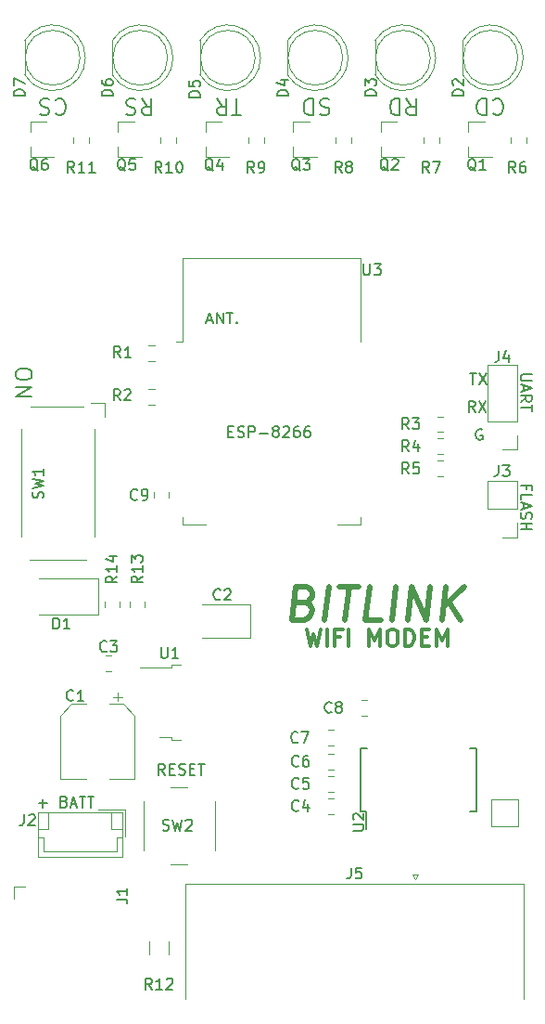
<source format=gbr>
G04 #@! TF.GenerationSoftware,KiCad,Pcbnew,(5.1.0)-1*
G04 #@! TF.CreationDate,2022-02-26T19:57:31-08:00*
G04 #@! TF.ProjectId,BITLINK_12F_R1,4249544c-494e-44b5-9f31-32465f52312e,rev?*
G04 #@! TF.SameCoordinates,PX7755c18PY8cd1ce0*
G04 #@! TF.FileFunction,Legend,Top*
G04 #@! TF.FilePolarity,Positive*
%FSLAX45Y45*%
G04 Gerber Fmt 4.5, Leading zero omitted, Abs format (unit mm)*
G04 Created by KiCad (PCBNEW (5.1.0)-1) date 2022-02-26 19:57:31*
%MOMM*%
%LPD*%
G04 APERTURE LIST*
%ADD10C,0.150000*%
%ADD11C,0.300000*%
%ADD12C,0.500000*%
%ADD13C,0.200000*%
%ADD14C,0.120000*%
%ADD15R,7.242000X10.262000*%
%ADD16R,2.302000X1.302000*%
%ADD17R,2.602000X1.102000*%
%ADD18C,0.100000*%
%ADD19C,1.702000*%
%ADD20R,3.602000X3.602000*%
%ADD21C,3.102000*%
%ADD22C,3.602000*%
%ADD23R,1.002000X0.902000*%
%ADD24C,1.252000*%
%ADD25C,1.902000*%
%ADD26R,1.902000X1.902000*%
%ADD27C,1.802000*%
%ADD28O,1.802000X2.102000*%
%ADD29R,1.802000X1.802000*%
%ADD30O,1.802000X1.802000*%
%ADD31C,2.102000*%
%ADD32R,0.552000X1.852000*%
%ADD33C,1.527000*%
%ADD34C,1.602000*%
%ADD35R,1.702000X1.702000*%
%ADD36C,4.102000*%
%ADD37R,2.602000X1.902000*%
%ADD38R,2.102000X2.102000*%
%ADD39C,3.302000*%
G04 APERTURE END LIST*
D10*
X1821137Y6413053D02*
X1868756Y6413053D01*
X1811613Y6384482D02*
X1844946Y6484482D01*
X1878280Y6384482D01*
X1911613Y6384482D02*
X1911613Y6484482D01*
X1968756Y6384482D01*
X1968756Y6484482D01*
X2002089Y6484482D02*
X2059232Y6484482D01*
X2030660Y6384482D02*
X2030660Y6484482D01*
X2092565Y6394006D02*
X2097327Y6389244D01*
X2092565Y6384482D01*
X2087803Y6389244D01*
X2092565Y6394006D01*
X2092565Y6384482D01*
D11*
X2732140Y3595943D02*
X2767854Y3445943D01*
X2796426Y3553086D01*
X2824997Y3445943D01*
X2860711Y3595943D01*
X2917854Y3445943D02*
X2917854Y3595943D01*
X3039283Y3524514D02*
X2989283Y3524514D01*
X2989283Y3445943D02*
X2989283Y3595943D01*
X3060711Y3595943D01*
X3117854Y3445943D02*
X3117854Y3595943D01*
X3303568Y3445943D02*
X3303568Y3595943D01*
X3353568Y3488800D01*
X3403568Y3595943D01*
X3403568Y3445943D01*
X3503568Y3595943D02*
X3532140Y3595943D01*
X3546426Y3588800D01*
X3560711Y3574514D01*
X3567854Y3545943D01*
X3567854Y3495943D01*
X3560711Y3467371D01*
X3546426Y3453086D01*
X3532140Y3445943D01*
X3503568Y3445943D01*
X3489283Y3453086D01*
X3474997Y3467371D01*
X3467854Y3495943D01*
X3467854Y3545943D01*
X3474997Y3574514D01*
X3489283Y3588800D01*
X3503568Y3595943D01*
X3632140Y3445943D02*
X3632140Y3595943D01*
X3667854Y3595943D01*
X3689283Y3588800D01*
X3703568Y3574514D01*
X3710711Y3560229D01*
X3717854Y3531657D01*
X3717854Y3510229D01*
X3710711Y3481657D01*
X3703568Y3467371D01*
X3689283Y3453086D01*
X3667854Y3445943D01*
X3632140Y3445943D01*
X3782140Y3524514D02*
X3832140Y3524514D01*
X3853568Y3445943D02*
X3782140Y3445943D01*
X3782140Y3595943D01*
X3853568Y3595943D01*
X3917854Y3445943D02*
X3917854Y3595943D01*
X3967854Y3488800D01*
X4017854Y3595943D01*
X4017854Y3445943D01*
D12*
X2717270Y3837489D02*
X2758341Y3823203D01*
X2770841Y3808917D01*
X2781555Y3780346D01*
X2776198Y3737489D01*
X2758341Y3708917D01*
X2742270Y3694631D01*
X2711913Y3680346D01*
X2597627Y3680346D01*
X2635127Y3980346D01*
X2735127Y3980346D01*
X2761913Y3966060D01*
X2774413Y3951774D01*
X2785127Y3923203D01*
X2781555Y3894631D01*
X2763698Y3866060D01*
X2747627Y3851774D01*
X2717270Y3837489D01*
X2617270Y3837489D01*
X2897627Y3680346D02*
X2935127Y3980346D01*
X3035127Y3980346D02*
X3206555Y3980346D01*
X3083341Y3680346D02*
X3120841Y3980346D01*
X3411912Y3680346D02*
X3269055Y3680346D01*
X3306555Y3980346D01*
X3511912Y3680346D02*
X3549412Y3980346D01*
X3654770Y3680346D02*
X3692270Y3980346D01*
X3826198Y3680346D01*
X3863698Y3980346D01*
X3969055Y3680346D02*
X4006555Y3980346D01*
X4140484Y3680346D02*
X4033341Y3851774D01*
X4177984Y3980346D02*
X3985127Y3808917D01*
D10*
X2018841Y5399273D02*
X2052175Y5399273D01*
X2066460Y5346892D02*
X2018841Y5346892D01*
X2018841Y5446892D01*
X2066460Y5446892D01*
X2104556Y5351654D02*
X2118841Y5346892D01*
X2142651Y5346892D01*
X2152175Y5351654D01*
X2156937Y5356416D01*
X2161699Y5365940D01*
X2161699Y5375463D01*
X2156937Y5384987D01*
X2152175Y5389749D01*
X2142651Y5394511D01*
X2123603Y5399273D01*
X2114080Y5404035D01*
X2109318Y5408797D01*
X2104556Y5418321D01*
X2104556Y5427844D01*
X2109318Y5437368D01*
X2114080Y5442130D01*
X2123603Y5446892D01*
X2147413Y5446892D01*
X2161699Y5442130D01*
X2204556Y5346892D02*
X2204556Y5446892D01*
X2242651Y5446892D01*
X2252175Y5442130D01*
X2256937Y5437368D01*
X2261699Y5427844D01*
X2261699Y5413559D01*
X2256937Y5404035D01*
X2252175Y5399273D01*
X2242651Y5394511D01*
X2204556Y5394511D01*
X2304556Y5384987D02*
X2380746Y5384987D01*
X2442651Y5404035D02*
X2433127Y5408797D01*
X2428365Y5413559D01*
X2423603Y5423082D01*
X2423603Y5427844D01*
X2428365Y5437368D01*
X2433127Y5442130D01*
X2442651Y5446892D01*
X2461699Y5446892D01*
X2471222Y5442130D01*
X2475984Y5437368D01*
X2480746Y5427844D01*
X2480746Y5423082D01*
X2475984Y5413559D01*
X2471222Y5408797D01*
X2461699Y5404035D01*
X2442651Y5404035D01*
X2433127Y5399273D01*
X2428365Y5394511D01*
X2423603Y5384987D01*
X2423603Y5365940D01*
X2428365Y5356416D01*
X2433127Y5351654D01*
X2442651Y5346892D01*
X2461699Y5346892D01*
X2471222Y5351654D01*
X2475984Y5356416D01*
X2480746Y5365940D01*
X2480746Y5384987D01*
X2475984Y5394511D01*
X2471222Y5399273D01*
X2461699Y5404035D01*
X2518841Y5437368D02*
X2523603Y5442130D01*
X2533127Y5446892D01*
X2556937Y5446892D01*
X2566460Y5442130D01*
X2571222Y5437368D01*
X2575984Y5427844D01*
X2575984Y5418321D01*
X2571222Y5404035D01*
X2514080Y5346892D01*
X2575984Y5346892D01*
X2661699Y5446892D02*
X2642651Y5446892D01*
X2633127Y5442130D01*
X2628365Y5437368D01*
X2618841Y5423082D01*
X2614080Y5404035D01*
X2614080Y5365940D01*
X2618841Y5356416D01*
X2623603Y5351654D01*
X2633127Y5346892D01*
X2652175Y5346892D01*
X2661699Y5351654D01*
X2666460Y5356416D01*
X2671222Y5365940D01*
X2671222Y5389749D01*
X2666460Y5399273D01*
X2661699Y5404035D01*
X2652175Y5408797D01*
X2633127Y5408797D01*
X2623603Y5404035D01*
X2618841Y5399273D01*
X2614080Y5389749D01*
X2756937Y5446892D02*
X2737889Y5446892D01*
X2728365Y5442130D01*
X2723603Y5437368D01*
X2714080Y5423082D01*
X2709318Y5404035D01*
X2709318Y5365940D01*
X2714080Y5356416D01*
X2718841Y5351654D01*
X2728365Y5346892D01*
X2747413Y5346892D01*
X2756937Y5351654D01*
X2761699Y5356416D01*
X2766460Y5365940D01*
X2766460Y5389749D01*
X2761699Y5399273D01*
X2756937Y5404035D01*
X2747413Y5408797D01*
X2728365Y5408797D01*
X2718841Y5404035D01*
X2714080Y5399273D01*
X2709318Y5389749D01*
X1438074Y2268666D02*
X1404740Y2316285D01*
X1380931Y2268666D02*
X1380931Y2368666D01*
X1419026Y2368666D01*
X1428550Y2363904D01*
X1433312Y2359142D01*
X1438074Y2349618D01*
X1438074Y2335333D01*
X1433312Y2325809D01*
X1428550Y2321047D01*
X1419026Y2316285D01*
X1380931Y2316285D01*
X1480931Y2321047D02*
X1514264Y2321047D01*
X1528550Y2268666D02*
X1480931Y2268666D01*
X1480931Y2368666D01*
X1528550Y2368666D01*
X1566645Y2273428D02*
X1580931Y2268666D01*
X1604740Y2268666D01*
X1614264Y2273428D01*
X1619026Y2278190D01*
X1623788Y2287714D01*
X1623788Y2297237D01*
X1619026Y2306761D01*
X1614264Y2311523D01*
X1604740Y2316285D01*
X1585693Y2321047D01*
X1576169Y2325809D01*
X1571407Y2330571D01*
X1566645Y2340095D01*
X1566645Y2349618D01*
X1571407Y2359142D01*
X1576169Y2363904D01*
X1585693Y2368666D01*
X1609502Y2368666D01*
X1623788Y2363904D01*
X1666645Y2321047D02*
X1699979Y2321047D01*
X1714264Y2268666D02*
X1666645Y2268666D01*
X1666645Y2368666D01*
X1714264Y2368666D01*
X1742836Y2368666D02*
X1799979Y2368666D01*
X1771407Y2268666D02*
X1771407Y2368666D01*
D13*
X223243Y5935837D02*
X223243Y5907266D01*
X216100Y5892980D01*
X201814Y5878694D01*
X173243Y5871551D01*
X123243Y5871551D01*
X94671Y5878694D01*
X80386Y5892980D01*
X73243Y5907266D01*
X73243Y5935837D01*
X80386Y5950123D01*
X94671Y5964409D01*
X123243Y5971551D01*
X173243Y5971551D01*
X201814Y5964409D01*
X216100Y5950123D01*
X223243Y5935837D01*
X73243Y5807266D02*
X223243Y5807266D01*
X73243Y5721551D01*
X223243Y5721551D01*
D10*
X285752Y2010597D02*
X361942Y2010597D01*
X323847Y1972502D02*
X323847Y2048692D01*
X519085Y2024883D02*
X533371Y2020121D01*
X538133Y2015359D01*
X542895Y2005835D01*
X542895Y1991550D01*
X538133Y1982026D01*
X533371Y1977264D01*
X523847Y1972502D01*
X485752Y1972502D01*
X485752Y2072502D01*
X519085Y2072502D01*
X528609Y2067740D01*
X533371Y2062978D01*
X538133Y2053454D01*
X538133Y2043930D01*
X533371Y2034407D01*
X528609Y2029645D01*
X519085Y2024883D01*
X485752Y2024883D01*
X580990Y2001073D02*
X628609Y2001073D01*
X571466Y1972502D02*
X604800Y2072502D01*
X638133Y1972502D01*
X657180Y2072502D02*
X714323Y2072502D01*
X685752Y1972502D02*
X685752Y2072502D01*
X733371Y2072502D02*
X790514Y2072502D01*
X761942Y1972502D02*
X761942Y2072502D01*
X4335430Y5418000D02*
X4325907Y5422762D01*
X4311621Y5422762D01*
X4297335Y5418000D01*
X4287811Y5408476D01*
X4283050Y5398952D01*
X4278288Y5379905D01*
X4278288Y5365619D01*
X4283050Y5346572D01*
X4287811Y5337048D01*
X4297335Y5327524D01*
X4311621Y5322762D01*
X4321145Y5322762D01*
X4335430Y5327524D01*
X4340192Y5332286D01*
X4340192Y5365619D01*
X4321145Y5365619D01*
X4225430Y5930762D02*
X4282572Y5930762D01*
X4254001Y5830762D02*
X4254001Y5930762D01*
X4306382Y5930762D02*
X4373049Y5830762D01*
X4373049Y5930762D02*
X4306382Y5830762D01*
X4272253Y5576762D02*
X4238920Y5624381D01*
X4215110Y5576762D02*
X4215110Y5676762D01*
X4253206Y5676762D01*
X4262730Y5672000D01*
X4267491Y5667238D01*
X4272253Y5657714D01*
X4272253Y5643429D01*
X4267491Y5633905D01*
X4262730Y5629143D01*
X4253206Y5624381D01*
X4215110Y5624381D01*
X4305587Y5676762D02*
X4372253Y5576762D01*
X4372253Y5676762D02*
X4305587Y5576762D01*
X4788182Y5918684D02*
X4707230Y5918684D01*
X4697706Y5913922D01*
X4692944Y5909160D01*
X4688182Y5899636D01*
X4688182Y5880589D01*
X4692944Y5871065D01*
X4697706Y5866303D01*
X4707230Y5861541D01*
X4788182Y5861541D01*
X4716753Y5818684D02*
X4716753Y5771065D01*
X4688182Y5828208D02*
X4788182Y5794874D01*
X4688182Y5761541D01*
X4688182Y5671065D02*
X4735801Y5704398D01*
X4688182Y5728208D02*
X4788182Y5728208D01*
X4788182Y5690112D01*
X4783420Y5680589D01*
X4778658Y5675827D01*
X4769134Y5671065D01*
X4754849Y5671065D01*
X4745325Y5675827D01*
X4740563Y5680589D01*
X4735801Y5690112D01*
X4735801Y5728208D01*
X4788182Y5642493D02*
X4788182Y5585351D01*
X4688182Y5613922D02*
X4788182Y5613922D01*
X4740563Y4876648D02*
X4740563Y4909981D01*
X4688182Y4909981D02*
X4788182Y4909981D01*
X4788182Y4862362D01*
X4688182Y4776648D02*
X4688182Y4824267D01*
X4788182Y4824267D01*
X4716753Y4748076D02*
X4716753Y4700457D01*
X4688182Y4757600D02*
X4788182Y4724267D01*
X4688182Y4690933D01*
X4692944Y4662362D02*
X4688182Y4648076D01*
X4688182Y4624267D01*
X4692944Y4614743D01*
X4697706Y4609981D01*
X4707230Y4605219D01*
X4716753Y4605219D01*
X4726277Y4609981D01*
X4731039Y4614743D01*
X4735801Y4624267D01*
X4740563Y4643314D01*
X4745325Y4652838D01*
X4750087Y4657600D01*
X4759610Y4662362D01*
X4769134Y4662362D01*
X4778658Y4657600D01*
X4783420Y4652838D01*
X4788182Y4643314D01*
X4788182Y4619505D01*
X4783420Y4605219D01*
X4688182Y4562362D02*
X4788182Y4562362D01*
X4740563Y4562362D02*
X4740563Y4505219D01*
X4688182Y4505219D02*
X4788182Y4505219D01*
D13*
X440420Y8420372D02*
X447563Y8427514D01*
X468991Y8434657D01*
X483277Y8434657D01*
X504706Y8427514D01*
X518991Y8413229D01*
X526134Y8398943D01*
X533277Y8370371D01*
X533277Y8348943D01*
X526134Y8320371D01*
X518991Y8306086D01*
X504706Y8291800D01*
X483277Y8284657D01*
X468991Y8284657D01*
X447563Y8291800D01*
X440420Y8298943D01*
X383277Y8427514D02*
X361848Y8434657D01*
X326134Y8434657D01*
X311849Y8427514D01*
X304706Y8420372D01*
X297563Y8406086D01*
X297563Y8391800D01*
X304706Y8377514D01*
X311849Y8370371D01*
X326134Y8363229D01*
X354706Y8356086D01*
X368991Y8348943D01*
X376134Y8341800D01*
X383277Y8327514D01*
X383277Y8313229D01*
X376134Y8298943D01*
X368991Y8291800D01*
X354706Y8284657D01*
X318991Y8284657D01*
X297563Y8291800D01*
X1227820Y8434657D02*
X1277820Y8363229D01*
X1313534Y8434657D02*
X1313534Y8284657D01*
X1256391Y8284657D01*
X1242106Y8291800D01*
X1234963Y8298943D01*
X1227820Y8313229D01*
X1227820Y8334657D01*
X1234963Y8348943D01*
X1242106Y8356086D01*
X1256391Y8363229D01*
X1313534Y8363229D01*
X1170677Y8427514D02*
X1149249Y8434657D01*
X1113534Y8434657D01*
X1099249Y8427514D01*
X1092106Y8420372D01*
X1084963Y8406086D01*
X1084963Y8391800D01*
X1092106Y8377514D01*
X1099249Y8370371D01*
X1113534Y8363229D01*
X1142106Y8356086D01*
X1156391Y8348943D01*
X1163534Y8341800D01*
X1170677Y8327514D01*
X1170677Y8313229D01*
X1163534Y8298943D01*
X1156391Y8291800D01*
X1142106Y8284657D01*
X1106391Y8284657D01*
X1084963Y8291800D01*
X2133477Y8284657D02*
X2047763Y8284657D01*
X2090620Y8434657D02*
X2090620Y8284657D01*
X1912048Y8434657D02*
X1962048Y8363229D01*
X1997763Y8434657D02*
X1997763Y8284657D01*
X1940620Y8284657D01*
X1926334Y8291800D01*
X1919191Y8298943D01*
X1912048Y8313229D01*
X1912048Y8334657D01*
X1919191Y8348943D01*
X1926334Y8356086D01*
X1940620Y8363229D01*
X1997763Y8363229D01*
X3644391Y8434657D02*
X3694391Y8363229D01*
X3730106Y8434657D02*
X3730106Y8284657D01*
X3672963Y8284657D01*
X3658677Y8291800D01*
X3651534Y8298943D01*
X3644391Y8313229D01*
X3644391Y8334657D01*
X3651534Y8348943D01*
X3658677Y8356086D01*
X3672963Y8363229D01*
X3730106Y8363229D01*
X3580106Y8434657D02*
X3580106Y8284657D01*
X3544391Y8284657D01*
X3522963Y8291800D01*
X3508677Y8306086D01*
X3501534Y8320371D01*
X3494391Y8348943D01*
X3494391Y8370371D01*
X3501534Y8398943D01*
X3508677Y8413229D01*
X3522963Y8427514D01*
X3544391Y8434657D01*
X3580106Y8434657D01*
X2941959Y8427514D02*
X2920530Y8434657D01*
X2884816Y8434657D01*
X2870530Y8427514D01*
X2863388Y8420372D01*
X2856245Y8406086D01*
X2856245Y8391800D01*
X2863388Y8377514D01*
X2870530Y8370371D01*
X2884816Y8363229D01*
X2913388Y8356086D01*
X2927673Y8348943D01*
X2934816Y8341800D01*
X2941959Y8327514D01*
X2941959Y8313229D01*
X2934816Y8298943D01*
X2927673Y8291800D01*
X2913388Y8284657D01*
X2877673Y8284657D01*
X2856245Y8291800D01*
X2791959Y8434657D02*
X2791959Y8284657D01*
X2756245Y8284657D01*
X2734816Y8291800D01*
X2720531Y8306086D01*
X2713388Y8320371D01*
X2706245Y8348943D01*
X2706245Y8370371D01*
X2713388Y8398943D01*
X2720531Y8413229D01*
X2734816Y8427514D01*
X2756245Y8434657D01*
X2791959Y8434657D01*
X4437887Y8420372D02*
X4445030Y8427514D01*
X4466459Y8434657D01*
X4480745Y8434657D01*
X4502173Y8427514D01*
X4516459Y8413229D01*
X4523602Y8398943D01*
X4530745Y8370371D01*
X4530745Y8348943D01*
X4523602Y8320371D01*
X4516459Y8306086D01*
X4502173Y8291800D01*
X4480745Y8284657D01*
X4466459Y8284657D01*
X4445030Y8291800D01*
X4437887Y8298943D01*
X4373602Y8434657D02*
X4373602Y8284657D01*
X4337887Y8284657D01*
X4316459Y8291800D01*
X4302173Y8306086D01*
X4295030Y8320371D01*
X4287887Y8348943D01*
X4287887Y8370371D01*
X4295030Y8398943D01*
X4302173Y8413229D01*
X4316459Y8427514D01*
X4337887Y8434657D01*
X4373602Y8434657D01*
D14*
X1497480Y2614020D02*
X1387480Y2614020D01*
X1497480Y2587020D02*
X1497480Y2614020D01*
X1647480Y2587020D02*
X1497480Y2587020D01*
X1497480Y3250020D02*
X1214480Y3250020D01*
X1497480Y3277020D02*
X1497480Y3250020D01*
X1647480Y3277020D02*
X1497480Y3277020D01*
X1601000Y6978000D02*
X3225000Y6978000D01*
X3225000Y6978000D02*
X3225000Y6216000D01*
X3225000Y4616000D02*
X3225000Y4554000D01*
X3225000Y4554000D02*
X3013000Y4554000D01*
X1813000Y4554000D02*
X1601000Y4554000D01*
X1601000Y4554000D02*
X1601000Y4616000D01*
X1601000Y6216000D02*
X1601000Y6978000D01*
X1601000Y6216000D02*
X1540000Y6216000D01*
X480820Y2233000D02*
X715820Y2233000D01*
X1162820Y2233000D02*
X927820Y2233000D01*
X1162820Y2808556D02*
X1162820Y2233000D01*
X480820Y2808556D02*
X480820Y2233000D01*
X587264Y2915000D02*
X715820Y2915000D01*
X1056376Y2915000D02*
X927820Y2915000D01*
X1056376Y2915000D02*
X1162820Y2808556D01*
X587264Y2915000D02*
X480820Y2808556D01*
X1006570Y3017750D02*
X1006570Y2939000D01*
X1045945Y2978375D02*
X967195Y2978375D01*
X161820Y1245520D02*
X56820Y1245520D01*
X56820Y1140520D02*
X56820Y1245520D01*
X4210000Y8224000D02*
X4356000Y8224000D01*
X4210000Y7908000D02*
X4426000Y7908000D01*
X4210000Y7908000D02*
X4210000Y8001000D01*
X4210000Y8224000D02*
X4210000Y8131000D01*
X2929295Y2054450D02*
X2981545Y2054450D01*
X2929295Y1912450D02*
X2981545Y1912450D01*
X897295Y3356200D02*
X949545Y3356200D01*
X897295Y3214200D02*
X949545Y3214200D01*
X2929295Y2318850D02*
X2981545Y2318850D01*
X2929295Y2460850D02*
X2981545Y2460850D01*
X2929295Y2540150D02*
X2981545Y2540150D01*
X2929295Y2682150D02*
X2981545Y2682150D01*
X2981545Y2115650D02*
X2929295Y2115650D01*
X2981545Y2257650D02*
X2929295Y2257650D01*
X4157000Y8962900D02*
X4157000Y8653900D01*
X4663000Y8808400D02*
G75*
G03X4663000Y8808400I-250000J0D01*
G01*
X4712000Y8808446D02*
G75*
G02X4157000Y8653917I-299000J-46D01*
G01*
X4712000Y8808354D02*
G75*
G03X4157000Y8962883I-299000J46D01*
G01*
X3912000Y8808354D02*
G75*
G03X3357000Y8962883I-299000J46D01*
G01*
X3912000Y8808446D02*
G75*
G02X3357000Y8653917I-299000J-46D01*
G01*
X3863000Y8808400D02*
G75*
G03X3863000Y8808400I-250000J0D01*
G01*
X3357000Y8962900D02*
X3357000Y8653900D01*
X2557000Y8962900D02*
X2557000Y8653900D01*
X3063000Y8808400D02*
G75*
G03X3063000Y8808400I-250000J0D01*
G01*
X3112000Y8808446D02*
G75*
G02X2557000Y8653917I-299000J-46D01*
G01*
X3112000Y8808354D02*
G75*
G03X2557000Y8962883I-299000J46D01*
G01*
X1757000Y8962900D02*
X1757000Y8653900D01*
X2263000Y8808400D02*
G75*
G03X2263000Y8808400I-250000J0D01*
G01*
X2312000Y8808446D02*
G75*
G02X1757000Y8653917I-299000J-46D01*
G01*
X2312000Y8808354D02*
G75*
G03X1757000Y8962883I-299000J46D01*
G01*
X1512000Y8808354D02*
G75*
G03X957000Y8962883I-299000J46D01*
G01*
X1512000Y8808446D02*
G75*
G02X957000Y8653917I-299000J-46D01*
G01*
X1463000Y8808400D02*
G75*
G03X1463000Y8808400I-250000J0D01*
G01*
X957000Y8962900D02*
X957000Y8653900D01*
X712000Y8808354D02*
G75*
G03X157000Y8962883I-299000J46D01*
G01*
X712000Y8808446D02*
G75*
G02X157000Y8653917I-299000J-46D01*
G01*
X663000Y8808400D02*
G75*
G03X663000Y8808400I-250000J0D01*
G01*
X157000Y8962900D02*
X157000Y8653900D01*
X1048340Y1523360D02*
X1048340Y1925360D01*
X1048340Y1925360D02*
X276340Y1925360D01*
X276340Y1925360D02*
X276340Y1523360D01*
X276340Y1523360D02*
X1048340Y1523360D01*
X1048340Y1694360D02*
X998340Y1694360D01*
X998340Y1694360D02*
X998340Y1573360D01*
X998340Y1573360D02*
X326340Y1573360D01*
X326340Y1573360D02*
X326340Y1694360D01*
X326340Y1694360D02*
X276340Y1694360D01*
X1048340Y1775360D02*
X948340Y1775360D01*
X948340Y1775360D02*
X948340Y1925360D01*
X276340Y1775360D02*
X376340Y1775360D01*
X376340Y1775360D02*
X376340Y1925360D01*
X1078340Y1705360D02*
X1078340Y1955360D01*
X1078340Y1955360D02*
X828340Y1955360D01*
X4654200Y4953000D02*
X4388200Y4953000D01*
X4654200Y4693000D02*
X4654200Y4953000D01*
X4388200Y4693000D02*
X4388200Y4953000D01*
X4654200Y4693000D02*
X4388200Y4693000D01*
X4654200Y4566000D02*
X4654200Y4433000D01*
X4654200Y4433000D02*
X4521200Y4433000D01*
X4654200Y6009000D02*
X4388200Y6009000D01*
X4654200Y5495000D02*
X4654200Y6009000D01*
X4388200Y5495000D02*
X4388200Y6009000D01*
X4654200Y5495000D02*
X4388200Y5495000D01*
X4654200Y5368000D02*
X4654200Y5235000D01*
X4654200Y5235000D02*
X4521200Y5235000D01*
X3410000Y8224000D02*
X3410000Y8131000D01*
X3410000Y7908000D02*
X3410000Y8001000D01*
X3410000Y7908000D02*
X3626000Y7908000D01*
X3410000Y8224000D02*
X3556000Y8224000D01*
X2610000Y8224000D02*
X2756000Y8224000D01*
X2610000Y7908000D02*
X2826000Y7908000D01*
X2610000Y7908000D02*
X2610000Y8001000D01*
X2610000Y8224000D02*
X2610000Y8131000D01*
X1810000Y8224000D02*
X1956000Y8224000D01*
X1810000Y7908000D02*
X2026000Y7908000D01*
X1810000Y7908000D02*
X1810000Y8001000D01*
X1810000Y8224000D02*
X1810000Y8131000D01*
X1010000Y8224000D02*
X1010000Y8131000D01*
X1010000Y7908000D02*
X1010000Y8001000D01*
X1010000Y7908000D02*
X1226000Y7908000D01*
X1010000Y8224000D02*
X1156000Y8224000D01*
X210000Y8224000D02*
X210000Y8131000D01*
X210000Y7908000D02*
X210000Y8001000D01*
X210000Y7908000D02*
X426000Y7908000D01*
X210000Y8224000D02*
X356000Y8224000D01*
X1343245Y6045030D02*
X1290995Y6045030D01*
X1343245Y6187030D02*
X1290995Y6187030D01*
X1290995Y5788250D02*
X1343245Y5788250D01*
X1290995Y5646250D02*
X1343245Y5646250D01*
X3930695Y5537000D02*
X3982945Y5537000D01*
X3930695Y5395000D02*
X3982945Y5395000D01*
X3930695Y5337000D02*
X3982945Y5337000D01*
X3930695Y5195000D02*
X3982945Y5195000D01*
X3982945Y5137000D02*
X3930695Y5137000D01*
X3982945Y4995000D02*
X3930695Y4995000D01*
X4741480Y8028115D02*
X4741480Y8080365D01*
X4599480Y8028115D02*
X4599480Y8080365D01*
X3799480Y8028115D02*
X3799480Y8080365D01*
X3941480Y8028115D02*
X3941480Y8080365D01*
X2999480Y8028115D02*
X2999480Y8080365D01*
X3141480Y8028115D02*
X3141480Y8080365D01*
X2341480Y8028115D02*
X2341480Y8080365D01*
X2199480Y8028115D02*
X2199480Y8080365D01*
X1541480Y8028115D02*
X1541480Y8080365D01*
X1399480Y8028115D02*
X1399480Y8080365D01*
X599480Y8028115D02*
X599480Y8080365D01*
X741480Y8028115D02*
X741480Y8080365D01*
X891820Y5659200D02*
X891820Y5529200D01*
X761820Y5659200D02*
X891820Y5659200D01*
X126820Y4434200D02*
X126820Y5424200D01*
X796820Y5424200D02*
X796820Y4434200D01*
X201820Y5629200D02*
X721820Y5629200D01*
X721820Y4229200D02*
X201820Y4229200D01*
X1244132Y2031532D02*
X1244132Y1581532D01*
X1644132Y2156532D02*
X1494132Y2156532D01*
X1894132Y1581532D02*
X1894132Y2031532D01*
X1494132Y1456532D02*
X1644132Y1456532D01*
D10*
X3223020Y1938000D02*
X3280520Y1938000D01*
X3223020Y2513000D02*
X3288020Y2513000D01*
X4288020Y2513000D02*
X4223020Y2513000D01*
X4288020Y1938000D02*
X4223020Y1938000D01*
X3223020Y1938000D02*
X3223020Y2513000D01*
X4288020Y1938000D02*
X4288020Y2513000D01*
X3280520Y1938000D02*
X3280520Y1778000D01*
D14*
X1293750Y627184D02*
X1293750Y747596D01*
X1475750Y627184D02*
X1475750Y747596D01*
X3282789Y2808562D02*
X3230539Y2808562D01*
X3282789Y2950562D02*
X3230539Y2950562D01*
X1780676Y3522312D02*
X2219176Y3522312D01*
X2219176Y3522312D02*
X2219176Y3824312D01*
X2219176Y3824312D02*
X1780676Y3824312D01*
X1335020Y4793235D02*
X1335020Y4845485D01*
X1477020Y4793235D02*
X1477020Y4845485D01*
X1622320Y224620D02*
X1622320Y1272620D01*
X1622320Y1272620D02*
X4719320Y1272620D01*
X4719320Y1272620D02*
X4719320Y224620D01*
X3699820Y1362054D02*
X3749820Y1362054D01*
X3749820Y1362054D02*
X3724820Y1318753D01*
X3724820Y1318753D02*
X3699820Y1362054D01*
X831620Y3729800D02*
X831620Y4059800D01*
X831620Y4059800D02*
X291620Y4059800D01*
X831620Y3729800D02*
X291620Y3729800D01*
X4420888Y2040966D02*
X4660888Y2040966D01*
X4660888Y2040966D02*
X4660888Y1800966D01*
X4660888Y1800966D02*
X4420888Y1800966D01*
X4420888Y1800966D02*
X4420888Y2040966D01*
X1255786Y3851583D02*
X1255786Y3799333D01*
X1113786Y3851583D02*
X1113786Y3799333D01*
X885186Y3851583D02*
X885186Y3799333D01*
X1027186Y3851583D02*
X1027186Y3799333D01*
D10*
X1404129Y3433822D02*
X1404129Y3352870D01*
X1408891Y3343346D01*
X1413653Y3338584D01*
X1423177Y3333822D01*
X1442225Y3333822D01*
X1451748Y3338584D01*
X1456510Y3343346D01*
X1461272Y3352870D01*
X1461272Y3433822D01*
X1561272Y3333822D02*
X1504129Y3333822D01*
X1532701Y3333822D02*
X1532701Y3433822D01*
X1523177Y3419536D01*
X1513653Y3410012D01*
X1504129Y3405250D01*
X3253629Y6926762D02*
X3253629Y6845810D01*
X3258391Y6836286D01*
X3263153Y6831524D01*
X3272677Y6826762D01*
X3291725Y6826762D01*
X3301248Y6831524D01*
X3306010Y6836286D01*
X3310772Y6845810D01*
X3310772Y6926762D01*
X3348868Y6926762D02*
X3410772Y6926762D01*
X3377439Y6888667D01*
X3391725Y6888667D01*
X3401248Y6883905D01*
X3406010Y6879143D01*
X3410772Y6869619D01*
X3410772Y6845810D01*
X3406010Y6836286D01*
X3401248Y6831524D01*
X3391725Y6826762D01*
X3363153Y6826762D01*
X3353629Y6831524D01*
X3348868Y6836286D01*
X601445Y2952306D02*
X596683Y2947544D01*
X582398Y2942782D01*
X572874Y2942782D01*
X558588Y2947544D01*
X549064Y2957068D01*
X544302Y2966591D01*
X539541Y2985639D01*
X539541Y2999925D01*
X544302Y3018972D01*
X549064Y3028496D01*
X558588Y3038020D01*
X572874Y3042782D01*
X582398Y3042782D01*
X596683Y3038020D01*
X601445Y3033258D01*
X696683Y2942782D02*
X639541Y2942782D01*
X668112Y2942782D02*
X668112Y3042782D01*
X658588Y3028496D01*
X649064Y3018972D01*
X639541Y3014210D01*
X995658Y1133787D02*
X1067087Y1133787D01*
X1081372Y1129025D01*
X1090896Y1119501D01*
X1095658Y1105215D01*
X1095658Y1095692D01*
X1095658Y1233787D02*
X1095658Y1176644D01*
X1095658Y1205215D02*
X995658Y1205215D01*
X1009944Y1195692D01*
X1019468Y1186168D01*
X1024229Y1176644D01*
X4279396Y7777038D02*
X4269872Y7781800D01*
X4260349Y7791324D01*
X4246063Y7805610D01*
X4236539Y7810371D01*
X4227015Y7810371D01*
X4231777Y7786562D02*
X4222253Y7791324D01*
X4212730Y7800848D01*
X4207968Y7819895D01*
X4207968Y7853229D01*
X4212730Y7872276D01*
X4222253Y7881800D01*
X4231777Y7886562D01*
X4250825Y7886562D01*
X4260349Y7881800D01*
X4269872Y7872276D01*
X4274634Y7853229D01*
X4274634Y7819895D01*
X4269872Y7800848D01*
X4260349Y7791324D01*
X4250825Y7786562D01*
X4231777Y7786562D01*
X4369872Y7786562D02*
X4312730Y7786562D01*
X4341301Y7786562D02*
X4341301Y7886562D01*
X4331777Y7872276D01*
X4322253Y7862752D01*
X4312730Y7857990D01*
X2659353Y1947736D02*
X2654591Y1942974D01*
X2640306Y1938212D01*
X2630782Y1938212D01*
X2616496Y1942974D01*
X2606972Y1952498D01*
X2602210Y1962021D01*
X2597449Y1981069D01*
X2597449Y1995355D01*
X2602210Y2014402D01*
X2606972Y2023926D01*
X2616496Y2033450D01*
X2630782Y2038212D01*
X2640306Y2038212D01*
X2654591Y2033450D01*
X2659353Y2028688D01*
X2745068Y2004879D02*
X2745068Y1938212D01*
X2721258Y2042974D02*
X2697449Y1971545D01*
X2759353Y1971545D01*
X906753Y3399346D02*
X901991Y3394584D01*
X887706Y3389822D01*
X878182Y3389822D01*
X863896Y3394584D01*
X854372Y3404108D01*
X849610Y3413631D01*
X844848Y3432679D01*
X844848Y3446965D01*
X849610Y3466012D01*
X854372Y3475536D01*
X863896Y3485060D01*
X878182Y3489822D01*
X887706Y3489822D01*
X901991Y3485060D01*
X906753Y3480298D01*
X940087Y3489822D02*
X1001991Y3489822D01*
X968658Y3451727D01*
X982944Y3451727D01*
X992468Y3446965D01*
X997229Y3442203D01*
X1001991Y3432679D01*
X1001991Y3408870D01*
X997229Y3399346D01*
X992468Y3394584D01*
X982944Y3389822D01*
X954372Y3389822D01*
X944848Y3394584D01*
X940087Y3399346D01*
X2659353Y2354136D02*
X2654591Y2349374D01*
X2640306Y2344612D01*
X2630782Y2344612D01*
X2616496Y2349374D01*
X2606972Y2358898D01*
X2602210Y2368422D01*
X2597449Y2387469D01*
X2597449Y2401755D01*
X2602210Y2420802D01*
X2606972Y2430326D01*
X2616496Y2439850D01*
X2630782Y2444612D01*
X2640306Y2444612D01*
X2654591Y2439850D01*
X2659353Y2435088D01*
X2745068Y2444612D02*
X2726020Y2444612D01*
X2716496Y2439850D01*
X2711734Y2435088D01*
X2702210Y2420802D01*
X2697449Y2401755D01*
X2697449Y2363660D01*
X2702210Y2354136D01*
X2706972Y2349374D01*
X2716496Y2344612D01*
X2735544Y2344612D01*
X2745068Y2349374D01*
X2749830Y2354136D01*
X2754591Y2363660D01*
X2754591Y2387469D01*
X2749830Y2396993D01*
X2745068Y2401755D01*
X2735544Y2406517D01*
X2716496Y2406517D01*
X2706972Y2401755D01*
X2702210Y2396993D01*
X2697449Y2387469D01*
X2653003Y2570036D02*
X2648241Y2565274D01*
X2633956Y2560512D01*
X2624432Y2560512D01*
X2610146Y2565274D01*
X2600622Y2574798D01*
X2595860Y2584322D01*
X2591099Y2603369D01*
X2591099Y2617655D01*
X2595860Y2636702D01*
X2600622Y2646226D01*
X2610146Y2655750D01*
X2624432Y2660512D01*
X2633956Y2660512D01*
X2648241Y2655750D01*
X2653003Y2650988D01*
X2686337Y2660512D02*
X2753003Y2660512D01*
X2710146Y2560512D01*
X2659353Y2150936D02*
X2654591Y2146174D01*
X2640306Y2141412D01*
X2630782Y2141412D01*
X2616496Y2146174D01*
X2606972Y2155698D01*
X2602210Y2165222D01*
X2597449Y2184269D01*
X2597449Y2198555D01*
X2602210Y2217602D01*
X2606972Y2227126D01*
X2616496Y2236650D01*
X2630782Y2241412D01*
X2640306Y2241412D01*
X2654591Y2236650D01*
X2659353Y2231888D01*
X2749830Y2241412D02*
X2702210Y2241412D01*
X2697449Y2193793D01*
X2702210Y2198555D01*
X2711734Y2203317D01*
X2735544Y2203317D01*
X2745068Y2198555D01*
X2749830Y2193793D01*
X2754591Y2184269D01*
X2754591Y2160460D01*
X2749830Y2150936D01*
X2745068Y2146174D01*
X2735544Y2141412D01*
X2711734Y2141412D01*
X2702210Y2146174D01*
X2697449Y2150936D01*
X4166518Y8462371D02*
X4066518Y8462371D01*
X4066518Y8486180D01*
X4071280Y8500466D01*
X4080804Y8509990D01*
X4090328Y8514752D01*
X4109375Y8519513D01*
X4123661Y8519513D01*
X4142708Y8514752D01*
X4152232Y8509990D01*
X4161756Y8500466D01*
X4166518Y8486180D01*
X4166518Y8462371D01*
X4076042Y8557609D02*
X4071280Y8562371D01*
X4066518Y8571894D01*
X4066518Y8595704D01*
X4071280Y8605228D01*
X4076042Y8609990D01*
X4085566Y8614752D01*
X4095089Y8614752D01*
X4109375Y8609990D01*
X4166518Y8552847D01*
X4166518Y8614752D01*
X3366418Y8462371D02*
X3266418Y8462371D01*
X3266418Y8486180D01*
X3271180Y8500466D01*
X3280704Y8509990D01*
X3290228Y8514752D01*
X3309275Y8519513D01*
X3323561Y8519513D01*
X3342608Y8514752D01*
X3352132Y8509990D01*
X3361656Y8500466D01*
X3366418Y8486180D01*
X3366418Y8462371D01*
X3266418Y8552847D02*
X3266418Y8614752D01*
X3304513Y8581418D01*
X3304513Y8595704D01*
X3309275Y8605228D01*
X3314037Y8609990D01*
X3323561Y8614752D01*
X3347370Y8614752D01*
X3356894Y8609990D01*
X3361656Y8605228D01*
X3366418Y8595704D01*
X3366418Y8567132D01*
X3361656Y8557609D01*
X3356894Y8552847D01*
X2563778Y8459831D02*
X2463778Y8459831D01*
X2463778Y8483640D01*
X2468540Y8497926D01*
X2478064Y8507450D01*
X2487588Y8512212D01*
X2506635Y8516973D01*
X2520921Y8516973D01*
X2539969Y8512212D01*
X2549492Y8507450D01*
X2559016Y8497926D01*
X2563778Y8483640D01*
X2563778Y8459831D01*
X2497111Y8602688D02*
X2563778Y8602688D01*
X2459016Y8578878D02*
X2530445Y8555069D01*
X2530445Y8616973D01*
X1758598Y8449671D02*
X1658598Y8449671D01*
X1658598Y8473480D01*
X1663360Y8487766D01*
X1672884Y8497290D01*
X1682408Y8502052D01*
X1701455Y8506813D01*
X1715741Y8506813D01*
X1734788Y8502052D01*
X1744312Y8497290D01*
X1753836Y8487766D01*
X1758598Y8473480D01*
X1758598Y8449671D01*
X1658598Y8597290D02*
X1658598Y8549671D01*
X1706217Y8544909D01*
X1701455Y8549671D01*
X1696693Y8559194D01*
X1696693Y8583004D01*
X1701455Y8592528D01*
X1706217Y8597290D01*
X1715741Y8602052D01*
X1739550Y8602052D01*
X1749074Y8597290D01*
X1753836Y8592528D01*
X1758598Y8583004D01*
X1758598Y8559194D01*
X1753836Y8549671D01*
X1749074Y8544909D01*
X961038Y8459831D02*
X861038Y8459831D01*
X861038Y8483640D01*
X865800Y8497926D01*
X875324Y8507450D01*
X884848Y8512212D01*
X903895Y8516973D01*
X918181Y8516973D01*
X937228Y8512212D01*
X946752Y8507450D01*
X956276Y8497926D01*
X961038Y8483640D01*
X961038Y8459831D01*
X861038Y8602688D02*
X861038Y8583640D01*
X865800Y8574116D01*
X870562Y8569354D01*
X884848Y8559831D01*
X903895Y8555069D01*
X941990Y8555069D01*
X951514Y8559831D01*
X956276Y8564592D01*
X961038Y8574116D01*
X961038Y8593164D01*
X956276Y8602688D01*
X951514Y8607450D01*
X941990Y8612212D01*
X918181Y8612212D01*
X908657Y8607450D01*
X903895Y8602688D01*
X899133Y8593164D01*
X899133Y8574116D01*
X903895Y8564592D01*
X908657Y8559831D01*
X918181Y8555069D01*
X158398Y8462371D02*
X58398Y8462371D01*
X58398Y8486180D01*
X63160Y8500466D01*
X72684Y8509990D01*
X82208Y8514752D01*
X101255Y8519513D01*
X115541Y8519513D01*
X134589Y8514752D01*
X144112Y8509990D01*
X153636Y8500466D01*
X158398Y8486180D01*
X158398Y8462371D01*
X58398Y8552847D02*
X58398Y8619513D01*
X158398Y8576656D01*
X152027Y1906602D02*
X152027Y1835173D01*
X147265Y1820888D01*
X137741Y1811364D01*
X123455Y1806602D01*
X113931Y1806602D01*
X194884Y1897078D02*
X199646Y1901840D01*
X209169Y1906602D01*
X232979Y1906602D01*
X242503Y1901840D01*
X247265Y1897078D01*
X252027Y1887554D01*
X252027Y1878030D01*
X247265Y1863745D01*
X190122Y1806602D01*
X252027Y1806602D01*
X4485487Y5092762D02*
X4485487Y5021333D01*
X4480725Y5007048D01*
X4471201Y4997524D01*
X4456915Y4992762D01*
X4447391Y4992762D01*
X4523582Y5092762D02*
X4585487Y5092762D01*
X4552153Y5054667D01*
X4566439Y5054667D01*
X4575963Y5049905D01*
X4580725Y5045143D01*
X4585487Y5035619D01*
X4585487Y5011810D01*
X4580725Y5002286D01*
X4575963Y4997524D01*
X4566439Y4992762D01*
X4537868Y4992762D01*
X4528344Y4997524D01*
X4523582Y5002286D01*
X4487867Y6134362D02*
X4487867Y6062933D01*
X4483105Y6048648D01*
X4473581Y6039124D01*
X4459295Y6034362D01*
X4449771Y6034362D01*
X4578343Y6101029D02*
X4578343Y6034362D01*
X4554533Y6139124D02*
X4530724Y6067695D01*
X4592629Y6067695D01*
X3479296Y7777038D02*
X3469772Y7781800D01*
X3460248Y7791324D01*
X3445963Y7805610D01*
X3436439Y7810371D01*
X3426915Y7810371D01*
X3431677Y7786562D02*
X3422153Y7791324D01*
X3412629Y7800848D01*
X3407868Y7819895D01*
X3407868Y7853229D01*
X3412629Y7872276D01*
X3422153Y7881800D01*
X3431677Y7886562D01*
X3450725Y7886562D01*
X3460248Y7881800D01*
X3469772Y7872276D01*
X3474534Y7853229D01*
X3474534Y7819895D01*
X3469772Y7800848D01*
X3460248Y7791324D01*
X3450725Y7786562D01*
X3431677Y7786562D01*
X3512629Y7877038D02*
X3517391Y7881800D01*
X3526915Y7886562D01*
X3550725Y7886562D01*
X3560248Y7881800D01*
X3565010Y7877038D01*
X3569772Y7867514D01*
X3569772Y7857990D01*
X3565010Y7843705D01*
X3507868Y7786562D01*
X3569772Y7786562D01*
X2672846Y7777038D02*
X2663322Y7781800D01*
X2653799Y7791324D01*
X2639513Y7805610D01*
X2629989Y7810371D01*
X2620465Y7810371D01*
X2625227Y7786562D02*
X2615703Y7791324D01*
X2606180Y7800848D01*
X2601418Y7819895D01*
X2601418Y7853229D01*
X2606180Y7872276D01*
X2615703Y7881800D01*
X2625227Y7886562D01*
X2644275Y7886562D01*
X2653799Y7881800D01*
X2663322Y7872276D01*
X2668084Y7853229D01*
X2668084Y7819895D01*
X2663322Y7800848D01*
X2653799Y7791324D01*
X2644275Y7786562D01*
X2625227Y7786562D01*
X2701418Y7886562D02*
X2763322Y7886562D01*
X2729989Y7848467D01*
X2744275Y7848467D01*
X2753799Y7843705D01*
X2758560Y7838943D01*
X2763322Y7829419D01*
X2763322Y7805610D01*
X2758560Y7796086D01*
X2753799Y7791324D01*
X2744275Y7786562D01*
X2715703Y7786562D01*
X2706180Y7791324D01*
X2701418Y7796086D01*
X1879096Y7777038D02*
X1869572Y7781800D01*
X1860048Y7791324D01*
X1845763Y7805610D01*
X1836239Y7810371D01*
X1826715Y7810371D01*
X1831477Y7786562D02*
X1821953Y7791324D01*
X1812429Y7800848D01*
X1807668Y7819895D01*
X1807668Y7853229D01*
X1812429Y7872276D01*
X1821953Y7881800D01*
X1831477Y7886562D01*
X1850525Y7886562D01*
X1860048Y7881800D01*
X1869572Y7872276D01*
X1874334Y7853229D01*
X1874334Y7819895D01*
X1869572Y7800848D01*
X1860048Y7791324D01*
X1850525Y7786562D01*
X1831477Y7786562D01*
X1960048Y7853229D02*
X1960048Y7786562D01*
X1936239Y7891324D02*
X1912429Y7819895D01*
X1974334Y7819895D01*
X1078996Y7777038D02*
X1069472Y7781800D01*
X1059949Y7791324D01*
X1045663Y7805610D01*
X1036139Y7810371D01*
X1026615Y7810371D01*
X1031377Y7786562D02*
X1021853Y7791324D01*
X1012329Y7800848D01*
X1007568Y7819895D01*
X1007568Y7853229D01*
X1012329Y7872276D01*
X1021853Y7881800D01*
X1031377Y7886562D01*
X1050425Y7886562D01*
X1059949Y7881800D01*
X1069472Y7872276D01*
X1074234Y7853229D01*
X1074234Y7819895D01*
X1069472Y7800848D01*
X1059949Y7791324D01*
X1050425Y7786562D01*
X1031377Y7786562D01*
X1164710Y7886562D02*
X1117091Y7886562D01*
X1112330Y7838943D01*
X1117091Y7843705D01*
X1126615Y7848467D01*
X1150425Y7848467D01*
X1159949Y7843705D01*
X1164710Y7838943D01*
X1169472Y7829419D01*
X1169472Y7805610D01*
X1164710Y7796086D01*
X1159949Y7791324D01*
X1150425Y7786562D01*
X1126615Y7786562D01*
X1117091Y7791324D01*
X1112330Y7796086D01*
X278896Y7777038D02*
X269372Y7781800D01*
X259848Y7791324D01*
X245563Y7805610D01*
X236039Y7810371D01*
X226515Y7810371D01*
X231277Y7786562D02*
X221753Y7791324D01*
X212229Y7800848D01*
X207468Y7819895D01*
X207468Y7853229D01*
X212229Y7872276D01*
X221753Y7881800D01*
X231277Y7886562D01*
X250325Y7886562D01*
X259848Y7881800D01*
X269372Y7872276D01*
X274134Y7853229D01*
X274134Y7819895D01*
X269372Y7800848D01*
X259848Y7791324D01*
X250325Y7786562D01*
X231277Y7786562D01*
X359848Y7886562D02*
X340801Y7886562D01*
X331277Y7881800D01*
X326515Y7877038D01*
X316991Y7862752D01*
X312230Y7843705D01*
X312230Y7805610D01*
X316991Y7796086D01*
X321753Y7791324D01*
X331277Y7786562D01*
X350325Y7786562D01*
X359848Y7791324D01*
X364610Y7796086D01*
X369372Y7805610D01*
X369372Y7829419D01*
X364610Y7838943D01*
X359848Y7843705D01*
X350325Y7848467D01*
X331277Y7848467D01*
X321753Y7843705D01*
X316991Y7838943D01*
X312230Y7829419D01*
X1033043Y6074602D02*
X999710Y6122221D01*
X975900Y6074602D02*
X975900Y6174602D01*
X1013996Y6174602D01*
X1023519Y6169840D01*
X1028281Y6165078D01*
X1033043Y6155554D01*
X1033043Y6141269D01*
X1028281Y6131745D01*
X1023519Y6126983D01*
X1013996Y6122221D01*
X975900Y6122221D01*
X1128281Y6074602D02*
X1071139Y6074602D01*
X1099710Y6074602D02*
X1099710Y6174602D01*
X1090186Y6160316D01*
X1080662Y6150792D01*
X1071139Y6146030D01*
X1030503Y5684712D02*
X997170Y5732331D01*
X973360Y5684712D02*
X973360Y5784712D01*
X1011456Y5784712D01*
X1020979Y5779950D01*
X1025741Y5775188D01*
X1030503Y5765664D01*
X1030503Y5751379D01*
X1025741Y5741855D01*
X1020979Y5737093D01*
X1011456Y5732331D01*
X973360Y5732331D01*
X1068599Y5775188D02*
X1073360Y5779950D01*
X1082884Y5784712D01*
X1106694Y5784712D01*
X1116218Y5779950D01*
X1120980Y5775188D01*
X1125741Y5765664D01*
X1125741Y5756140D01*
X1120980Y5741855D01*
X1063837Y5684712D01*
X1125741Y5684712D01*
X3665953Y5421962D02*
X3632620Y5469581D01*
X3608810Y5421962D02*
X3608810Y5521962D01*
X3646906Y5521962D01*
X3656429Y5517200D01*
X3661191Y5512438D01*
X3665953Y5502914D01*
X3665953Y5488629D01*
X3661191Y5479105D01*
X3656429Y5474343D01*
X3646906Y5469581D01*
X3608810Y5469581D01*
X3699287Y5521962D02*
X3761191Y5521962D01*
X3727858Y5483867D01*
X3742144Y5483867D01*
X3751668Y5479105D01*
X3756429Y5474343D01*
X3761191Y5464819D01*
X3761191Y5441010D01*
X3756429Y5431486D01*
X3751668Y5426724D01*
X3742144Y5421962D01*
X3713572Y5421962D01*
X3704048Y5426724D01*
X3699287Y5431486D01*
X3665953Y5218762D02*
X3632620Y5266381D01*
X3608810Y5218762D02*
X3608810Y5318762D01*
X3646906Y5318762D01*
X3656429Y5314000D01*
X3661191Y5309238D01*
X3665953Y5299714D01*
X3665953Y5285429D01*
X3661191Y5275905D01*
X3656429Y5271143D01*
X3646906Y5266381D01*
X3608810Y5266381D01*
X3751668Y5285429D02*
X3751668Y5218762D01*
X3727858Y5323524D02*
X3704048Y5252095D01*
X3765953Y5252095D01*
X3665953Y5015562D02*
X3632620Y5063181D01*
X3608810Y5015562D02*
X3608810Y5115562D01*
X3646906Y5115562D01*
X3656429Y5110800D01*
X3661191Y5106038D01*
X3665953Y5096514D01*
X3665953Y5082229D01*
X3661191Y5072705D01*
X3656429Y5067943D01*
X3646906Y5063181D01*
X3608810Y5063181D01*
X3756429Y5115562D02*
X3708810Y5115562D01*
X3704048Y5067943D01*
X3708810Y5072705D01*
X3718334Y5077467D01*
X3742144Y5077467D01*
X3751668Y5072705D01*
X3756429Y5067943D01*
X3761191Y5058419D01*
X3761191Y5034610D01*
X3756429Y5025086D01*
X3751668Y5020324D01*
X3742144Y5015562D01*
X3718334Y5015562D01*
X3708810Y5020324D01*
X3704048Y5025086D01*
X4640553Y7761162D02*
X4607220Y7808781D01*
X4583410Y7761162D02*
X4583410Y7861162D01*
X4621506Y7861162D01*
X4631030Y7856400D01*
X4635791Y7851638D01*
X4640553Y7842114D01*
X4640553Y7827829D01*
X4635791Y7818305D01*
X4631030Y7813543D01*
X4621506Y7808781D01*
X4583410Y7808781D01*
X4726268Y7861162D02*
X4707220Y7861162D01*
X4697696Y7856400D01*
X4692934Y7851638D01*
X4683410Y7837352D01*
X4678649Y7818305D01*
X4678649Y7780210D01*
X4683410Y7770686D01*
X4688172Y7765924D01*
X4697696Y7761162D01*
X4716744Y7761162D01*
X4726268Y7765924D01*
X4731030Y7770686D01*
X4735791Y7780210D01*
X4735791Y7804019D01*
X4731030Y7813543D01*
X4726268Y7818305D01*
X4716744Y7823067D01*
X4697696Y7823067D01*
X4688172Y7818305D01*
X4683410Y7813543D01*
X4678649Y7804019D01*
X3851717Y7761162D02*
X3818384Y7808781D01*
X3794574Y7761162D02*
X3794574Y7861162D01*
X3832670Y7861162D01*
X3842193Y7856400D01*
X3846955Y7851638D01*
X3851717Y7842114D01*
X3851717Y7827829D01*
X3846955Y7818305D01*
X3842193Y7813543D01*
X3832670Y7808781D01*
X3794574Y7808781D01*
X3885051Y7861162D02*
X3951717Y7861162D01*
X3908860Y7761162D01*
X3053749Y7761162D02*
X3020416Y7808781D01*
X2996606Y7761162D02*
X2996606Y7861162D01*
X3034702Y7861162D01*
X3044225Y7856400D01*
X3048987Y7851638D01*
X3053749Y7842114D01*
X3053749Y7827829D01*
X3048987Y7818305D01*
X3044225Y7813543D01*
X3034702Y7808781D01*
X2996606Y7808781D01*
X3110892Y7818305D02*
X3101368Y7823067D01*
X3096606Y7827829D01*
X3091844Y7837352D01*
X3091844Y7842114D01*
X3096606Y7851638D01*
X3101368Y7856400D01*
X3110892Y7861162D01*
X3129940Y7861162D01*
X3139464Y7856400D01*
X3144225Y7851638D01*
X3148987Y7842114D01*
X3148987Y7837352D01*
X3144225Y7827829D01*
X3139464Y7823067D01*
X3129940Y7818305D01*
X3110892Y7818305D01*
X3101368Y7813543D01*
X3096606Y7808781D01*
X3091844Y7799257D01*
X3091844Y7780210D01*
X3096606Y7770686D01*
X3101368Y7765924D01*
X3110892Y7761162D01*
X3129940Y7761162D01*
X3139464Y7765924D01*
X3144225Y7770686D01*
X3148987Y7780210D01*
X3148987Y7799257D01*
X3144225Y7808781D01*
X3139464Y7813543D01*
X3129940Y7818305D01*
X2252953Y7761162D02*
X2219620Y7808781D01*
X2195810Y7761162D02*
X2195810Y7861162D01*
X2233906Y7861162D01*
X2243430Y7856400D01*
X2248191Y7851638D01*
X2252953Y7842114D01*
X2252953Y7827829D01*
X2248191Y7818305D01*
X2243430Y7813543D01*
X2233906Y7808781D01*
X2195810Y7808781D01*
X2300572Y7761162D02*
X2319620Y7761162D01*
X2329144Y7765924D01*
X2333906Y7770686D01*
X2343430Y7784971D01*
X2348191Y7804019D01*
X2348191Y7842114D01*
X2343430Y7851638D01*
X2338668Y7856400D01*
X2329144Y7861162D01*
X2310096Y7861162D01*
X2300572Y7856400D01*
X2295810Y7851638D01*
X2291049Y7842114D01*
X2291049Y7818305D01*
X2295810Y7808781D01*
X2300572Y7804019D01*
X2310096Y7799257D01*
X2329144Y7799257D01*
X2338668Y7804019D01*
X2343430Y7808781D01*
X2348191Y7818305D01*
X1408162Y7761162D02*
X1374829Y7808781D01*
X1351019Y7761162D02*
X1351019Y7861162D01*
X1389115Y7861162D01*
X1398638Y7856400D01*
X1403400Y7851638D01*
X1408162Y7842114D01*
X1408162Y7827829D01*
X1403400Y7818305D01*
X1398638Y7813543D01*
X1389115Y7808781D01*
X1351019Y7808781D01*
X1503400Y7761162D02*
X1446257Y7761162D01*
X1474829Y7761162D02*
X1474829Y7861162D01*
X1465305Y7846876D01*
X1455781Y7837352D01*
X1446257Y7832590D01*
X1565305Y7861162D02*
X1574829Y7861162D01*
X1584353Y7856400D01*
X1589115Y7851638D01*
X1593876Y7842114D01*
X1598638Y7823067D01*
X1598638Y7799257D01*
X1593876Y7780210D01*
X1589115Y7770686D01*
X1584353Y7765924D01*
X1574829Y7761162D01*
X1565305Y7761162D01*
X1555781Y7765924D01*
X1551019Y7770686D01*
X1546257Y7780210D01*
X1541496Y7799257D01*
X1541496Y7823067D01*
X1546257Y7842114D01*
X1551019Y7851638D01*
X1555781Y7856400D01*
X1565305Y7861162D01*
X609940Y7761162D02*
X576607Y7808781D01*
X552797Y7761162D02*
X552797Y7861162D01*
X590893Y7861162D01*
X600416Y7856400D01*
X605178Y7851638D01*
X609940Y7842114D01*
X609940Y7827829D01*
X605178Y7818305D01*
X600416Y7813543D01*
X590893Y7808781D01*
X552797Y7808781D01*
X705178Y7761162D02*
X648036Y7761162D01*
X676607Y7761162D02*
X676607Y7861162D01*
X667083Y7846876D01*
X657559Y7837352D01*
X648036Y7832590D01*
X800416Y7761162D02*
X743274Y7761162D01*
X771845Y7761162D02*
X771845Y7861162D01*
X762321Y7846876D01*
X752797Y7837352D01*
X743274Y7832590D01*
X323816Y4792707D02*
X328578Y4806992D01*
X328578Y4830802D01*
X323816Y4840326D01*
X319054Y4845088D01*
X309530Y4849850D01*
X300007Y4849850D01*
X290483Y4845088D01*
X285721Y4840326D01*
X280959Y4830802D01*
X276197Y4811754D01*
X271435Y4802231D01*
X266673Y4797469D01*
X257149Y4792707D01*
X247626Y4792707D01*
X238102Y4797469D01*
X233340Y4802231D01*
X228578Y4811754D01*
X228578Y4835564D01*
X233340Y4849850D01*
X228578Y4883183D02*
X328578Y4906992D01*
X257149Y4926040D01*
X328578Y4945088D01*
X228578Y4968897D01*
X328578Y5059373D02*
X328578Y5002231D01*
X328578Y5030802D02*
X228578Y5030802D01*
X242864Y5021278D01*
X252388Y5011754D01*
X257149Y5002231D01*
X1419499Y1766056D02*
X1433784Y1761294D01*
X1457594Y1761294D01*
X1467118Y1766056D01*
X1471880Y1770818D01*
X1476641Y1780342D01*
X1476641Y1789865D01*
X1471880Y1799389D01*
X1467118Y1804151D01*
X1457594Y1808913D01*
X1438546Y1813675D01*
X1429022Y1818437D01*
X1424260Y1823199D01*
X1419499Y1832722D01*
X1419499Y1842246D01*
X1424260Y1851770D01*
X1429022Y1856532D01*
X1438546Y1861294D01*
X1462356Y1861294D01*
X1476641Y1856532D01*
X1509975Y1861294D02*
X1533784Y1761294D01*
X1552832Y1832722D01*
X1571880Y1761294D01*
X1595689Y1861294D01*
X1629022Y1851770D02*
X1633784Y1856532D01*
X1643308Y1861294D01*
X1667118Y1861294D01*
X1676641Y1856532D01*
X1681403Y1851770D01*
X1686165Y1842246D01*
X1686165Y1832722D01*
X1681403Y1818437D01*
X1624260Y1761294D01*
X1686165Y1761294D01*
X3154658Y1761210D02*
X3235610Y1761210D01*
X3245134Y1765971D01*
X3249896Y1770733D01*
X3254658Y1780257D01*
X3254658Y1799305D01*
X3249896Y1808829D01*
X3245134Y1813590D01*
X3235610Y1818352D01*
X3154658Y1818352D01*
X3164182Y1861210D02*
X3159420Y1865971D01*
X3154658Y1875495D01*
X3154658Y1899305D01*
X3159420Y1908829D01*
X3164182Y1913590D01*
X3173706Y1918352D01*
X3183229Y1918352D01*
X3197515Y1913590D01*
X3254658Y1856448D01*
X3254658Y1918352D01*
X1320464Y311952D02*
X1287131Y359571D01*
X1263321Y311952D02*
X1263321Y411952D01*
X1301417Y411952D01*
X1310940Y407190D01*
X1315702Y402428D01*
X1320464Y392904D01*
X1320464Y378619D01*
X1315702Y369095D01*
X1310940Y364333D01*
X1301417Y359571D01*
X1263321Y359571D01*
X1415702Y311952D02*
X1358560Y311952D01*
X1387131Y311952D02*
X1387131Y411952D01*
X1377607Y397666D01*
X1368083Y388142D01*
X1358560Y383380D01*
X1453798Y402428D02*
X1458559Y407190D01*
X1468083Y411952D01*
X1491893Y411952D01*
X1501417Y407190D01*
X1506178Y402428D01*
X1510940Y392904D01*
X1510940Y383380D01*
X1506178Y369095D01*
X1449036Y311952D01*
X1510940Y311952D01*
X2960597Y2843848D02*
X2955835Y2839086D01*
X2941550Y2834324D01*
X2932026Y2834324D01*
X2917740Y2839086D01*
X2908216Y2848610D01*
X2903454Y2858133D01*
X2898692Y2877181D01*
X2898692Y2891467D01*
X2903454Y2910514D01*
X2908216Y2920038D01*
X2917740Y2929562D01*
X2932026Y2934324D01*
X2941550Y2934324D01*
X2955835Y2929562D01*
X2960597Y2924800D01*
X3017740Y2891467D02*
X3008216Y2896229D01*
X3003454Y2900991D01*
X2998692Y2910514D01*
X2998692Y2915276D01*
X3003454Y2924800D01*
X3008216Y2929562D01*
X3017740Y2934324D01*
X3036788Y2934324D01*
X3046312Y2929562D01*
X3051073Y2924800D01*
X3055835Y2915276D01*
X3055835Y2910514D01*
X3051073Y2900991D01*
X3046312Y2896229D01*
X3036788Y2891467D01*
X3017740Y2891467D01*
X3008216Y2886705D01*
X3003454Y2881943D01*
X2998692Y2872419D01*
X2998692Y2853372D01*
X3003454Y2843848D01*
X3008216Y2839086D01*
X3017740Y2834324D01*
X3036788Y2834324D01*
X3046312Y2839086D01*
X3051073Y2843848D01*
X3055835Y2853372D01*
X3055835Y2872419D01*
X3051073Y2881943D01*
X3046312Y2886705D01*
X3036788Y2891467D01*
X1945359Y3872548D02*
X1940597Y3867786D01*
X1926312Y3863024D01*
X1916788Y3863024D01*
X1902502Y3867786D01*
X1892978Y3877310D01*
X1888216Y3886833D01*
X1883454Y3905881D01*
X1883454Y3920167D01*
X1888216Y3939214D01*
X1892978Y3948738D01*
X1902502Y3958262D01*
X1916788Y3963024D01*
X1926312Y3963024D01*
X1940597Y3958262D01*
X1945359Y3953500D01*
X1983454Y3953500D02*
X1988216Y3958262D01*
X1997740Y3963024D01*
X2021550Y3963024D01*
X2031074Y3958262D01*
X2035835Y3953500D01*
X2040597Y3943976D01*
X2040597Y3934452D01*
X2035835Y3920167D01*
X1978693Y3863024D01*
X2040597Y3863024D01*
X1186153Y4783646D02*
X1181391Y4778884D01*
X1167106Y4774122D01*
X1157582Y4774122D01*
X1143296Y4778884D01*
X1133772Y4788408D01*
X1129010Y4797932D01*
X1124249Y4816979D01*
X1124249Y4831265D01*
X1129010Y4850312D01*
X1133772Y4859836D01*
X1143296Y4869360D01*
X1157582Y4874122D01*
X1167106Y4874122D01*
X1181391Y4869360D01*
X1186153Y4864598D01*
X1233772Y4774122D02*
X1252820Y4774122D01*
X1262344Y4778884D01*
X1267106Y4783646D01*
X1276630Y4797932D01*
X1281391Y4816979D01*
X1281391Y4855074D01*
X1276630Y4864598D01*
X1271868Y4869360D01*
X1262344Y4874122D01*
X1243296Y4874122D01*
X1233772Y4869360D01*
X1229010Y4864598D01*
X1224249Y4855074D01*
X1224249Y4831265D01*
X1229010Y4821741D01*
X1233772Y4816979D01*
X1243296Y4812217D01*
X1262344Y4812217D01*
X1271868Y4816979D01*
X1276630Y4821741D01*
X1281391Y4831265D01*
X3137487Y1421382D02*
X3137487Y1349953D01*
X3132725Y1335668D01*
X3123201Y1326144D01*
X3108915Y1321382D01*
X3099391Y1321382D01*
X3232725Y1421382D02*
X3185106Y1421382D01*
X3180344Y1373763D01*
X3185106Y1378525D01*
X3194629Y1383287D01*
X3218439Y1383287D01*
X3227963Y1378525D01*
X3232725Y1373763D01*
X3237487Y1364239D01*
X3237487Y1340430D01*
X3232725Y1330906D01*
X3227963Y1326144D01*
X3218439Y1321382D01*
X3194629Y1321382D01*
X3185106Y1326144D01*
X3180344Y1330906D01*
X417810Y3599562D02*
X417810Y3699562D01*
X441620Y3699562D01*
X455906Y3694800D01*
X465429Y3685276D01*
X470191Y3675752D01*
X474953Y3656705D01*
X474953Y3642419D01*
X470191Y3623371D01*
X465429Y3613848D01*
X455906Y3604324D01*
X441620Y3599562D01*
X417810Y3599562D01*
X570191Y3599562D02*
X513048Y3599562D01*
X541620Y3599562D02*
X541620Y3699562D01*
X532096Y3685276D01*
X522572Y3675752D01*
X513048Y3670990D01*
X1231802Y4079434D02*
X1184183Y4046101D01*
X1231802Y4022291D02*
X1131802Y4022291D01*
X1131802Y4060387D01*
X1136564Y4069910D01*
X1141326Y4074672D01*
X1150850Y4079434D01*
X1165135Y4079434D01*
X1174659Y4074672D01*
X1179421Y4069910D01*
X1184183Y4060387D01*
X1184183Y4022291D01*
X1231802Y4174672D02*
X1231802Y4117530D01*
X1231802Y4146101D02*
X1131802Y4146101D01*
X1146088Y4136577D01*
X1155612Y4127053D01*
X1160374Y4117530D01*
X1131802Y4208006D02*
X1131802Y4269911D01*
X1169897Y4236577D01*
X1169897Y4250863D01*
X1174659Y4260387D01*
X1179421Y4265149D01*
X1188945Y4269911D01*
X1212754Y4269911D01*
X1222278Y4265149D01*
X1227040Y4260387D01*
X1231802Y4250863D01*
X1231802Y4222292D01*
X1227040Y4212768D01*
X1222278Y4208006D01*
X1001170Y4079434D02*
X953551Y4046101D01*
X1001170Y4022291D02*
X901170Y4022291D01*
X901170Y4060387D01*
X905932Y4069910D01*
X910694Y4074672D01*
X920218Y4079434D01*
X934503Y4079434D01*
X944027Y4074672D01*
X948789Y4069910D01*
X953551Y4060387D01*
X953551Y4022291D01*
X1001170Y4174672D02*
X1001170Y4117530D01*
X1001170Y4146101D02*
X901170Y4146101D01*
X915456Y4136577D01*
X924980Y4127053D01*
X929741Y4117530D01*
X934503Y4260387D02*
X1001170Y4260387D01*
X896408Y4236577D02*
X967837Y4212768D01*
X967837Y4274672D01*
%LPC*%
D15*
X1954480Y2932020D03*
D16*
X1324480Y2704020D03*
X1324480Y3160020D03*
D17*
X1653000Y6116000D03*
X1653000Y5916000D03*
X1653000Y5716000D03*
X1653000Y5516000D03*
X1653000Y5316000D03*
X1653000Y5116000D03*
X1653000Y4916000D03*
X1653000Y4716000D03*
X3173000Y4716000D03*
X3173000Y4916000D03*
X3173000Y5116000D03*
X3173000Y5316000D03*
X3173000Y5516000D03*
X3173000Y5716000D03*
X3173000Y5916000D03*
X3173000Y6116000D03*
D18*
G36*
X882933Y3033972D02*
G01*
X885514Y3033589D01*
X888046Y3032955D01*
X890503Y3032076D01*
X892862Y3030960D01*
X895101Y3029618D01*
X897197Y3028063D01*
X899131Y3026311D01*
X900883Y3024377D01*
X902438Y3022281D01*
X903780Y3020042D01*
X904896Y3017683D01*
X905775Y3015226D01*
X906409Y3012694D01*
X906792Y3010113D01*
X906920Y3007506D01*
X906920Y2700494D01*
X906792Y2697887D01*
X906409Y2695306D01*
X905775Y2692774D01*
X904896Y2690317D01*
X903780Y2687958D01*
X902438Y2685719D01*
X900883Y2683623D01*
X899131Y2681689D01*
X897197Y2679937D01*
X895101Y2678382D01*
X892862Y2677040D01*
X890503Y2675924D01*
X888046Y2675045D01*
X885514Y2674411D01*
X882933Y2674028D01*
X880326Y2673900D01*
X763314Y2673900D01*
X760707Y2674028D01*
X758125Y2674411D01*
X755594Y2675045D01*
X753137Y2675924D01*
X750777Y2677040D01*
X748539Y2678382D01*
X746443Y2679937D01*
X744509Y2681689D01*
X742756Y2683623D01*
X741202Y2685719D01*
X739860Y2687958D01*
X738744Y2690317D01*
X737865Y2692774D01*
X737231Y2695306D01*
X736848Y2697887D01*
X736720Y2700494D01*
X736720Y3007506D01*
X736848Y3010113D01*
X737231Y3012694D01*
X737865Y3015226D01*
X738744Y3017683D01*
X739860Y3020042D01*
X741202Y3022281D01*
X742756Y3024377D01*
X744509Y3026311D01*
X746443Y3028063D01*
X748539Y3029618D01*
X750777Y3030960D01*
X753137Y3032076D01*
X755594Y3032955D01*
X758125Y3033589D01*
X760707Y3033972D01*
X763314Y3034100D01*
X880326Y3034100D01*
X882933Y3033972D01*
X882933Y3033972D01*
G37*
D19*
X821820Y2854000D03*
D18*
G36*
X882933Y2473972D02*
G01*
X885514Y2473589D01*
X888046Y2472955D01*
X890503Y2472076D01*
X892862Y2470960D01*
X895101Y2469618D01*
X897197Y2468064D01*
X899131Y2466311D01*
X900883Y2464377D01*
X902438Y2462281D01*
X903780Y2460043D01*
X904896Y2457683D01*
X905775Y2455226D01*
X906409Y2452695D01*
X906792Y2450113D01*
X906920Y2447506D01*
X906920Y2140494D01*
X906792Y2137887D01*
X906409Y2135306D01*
X905775Y2132774D01*
X904896Y2130317D01*
X903780Y2127958D01*
X902438Y2125719D01*
X900883Y2123623D01*
X899131Y2121689D01*
X897197Y2119937D01*
X895101Y2118382D01*
X892862Y2117040D01*
X890503Y2115924D01*
X888046Y2115045D01*
X885514Y2114411D01*
X882933Y2114028D01*
X880326Y2113900D01*
X763314Y2113900D01*
X760707Y2114028D01*
X758125Y2114411D01*
X755594Y2115045D01*
X753137Y2115924D01*
X750777Y2117040D01*
X748539Y2118382D01*
X746443Y2119937D01*
X744509Y2121689D01*
X742756Y2123623D01*
X741202Y2125719D01*
X739860Y2127958D01*
X738744Y2130317D01*
X737865Y2132774D01*
X737231Y2135306D01*
X736848Y2137887D01*
X736720Y2140494D01*
X736720Y2447506D01*
X736848Y2450113D01*
X737231Y2452695D01*
X737865Y2455226D01*
X738744Y2457683D01*
X739860Y2460043D01*
X741202Y2462281D01*
X742756Y2464377D01*
X744509Y2466311D01*
X746443Y2468064D01*
X748539Y2469618D01*
X750777Y2470960D01*
X753137Y2472076D01*
X755594Y2472955D01*
X758125Y2473589D01*
X760707Y2473972D01*
X763314Y2474100D01*
X880326Y2474100D01*
X882933Y2473972D01*
X882933Y2473972D01*
G37*
D19*
X821820Y2294000D03*
D20*
X536820Y1135520D03*
D18*
G36*
X646971Y690247D02*
G01*
X654499Y689130D01*
X661882Y687281D01*
X669047Y684717D01*
X675927Y681463D01*
X682455Y677551D01*
X688567Y673017D01*
X694206Y667906D01*
X699317Y662267D01*
X703850Y656155D01*
X707763Y649627D01*
X711017Y642747D01*
X713581Y635582D01*
X715430Y628199D01*
X716547Y620671D01*
X716920Y613070D01*
X716920Y457970D01*
X716547Y450369D01*
X715430Y442841D01*
X713581Y435458D01*
X711017Y428293D01*
X707763Y421413D01*
X703850Y414885D01*
X699317Y408773D01*
X694206Y403134D01*
X688567Y398023D01*
X682455Y393489D01*
X675927Y389577D01*
X669047Y386323D01*
X661882Y383759D01*
X654499Y381910D01*
X646971Y380793D01*
X639370Y380420D01*
X434270Y380420D01*
X426669Y380793D01*
X419141Y381910D01*
X411758Y383759D01*
X404593Y386323D01*
X397713Y389577D01*
X391185Y393489D01*
X385073Y398023D01*
X379434Y403134D01*
X374323Y408773D01*
X369789Y414885D01*
X365877Y421413D01*
X362623Y428293D01*
X360059Y435458D01*
X358210Y442841D01*
X357093Y450369D01*
X356720Y457970D01*
X356720Y613070D01*
X357093Y620671D01*
X358210Y628199D01*
X360059Y635582D01*
X362623Y642747D01*
X365877Y649627D01*
X369789Y656155D01*
X374323Y662267D01*
X379434Y667906D01*
X385073Y673017D01*
X391185Y677551D01*
X397713Y681463D01*
X404593Y684717D01*
X411758Y687281D01*
X419141Y689130D01*
X426669Y690247D01*
X434270Y690620D01*
X639370Y690620D01*
X646971Y690247D01*
X646971Y690247D01*
G37*
D21*
X536820Y535520D03*
D18*
G36*
X1105696Y1015186D02*
G01*
X1114438Y1013890D01*
X1123010Y1011742D01*
X1131331Y1008765D01*
X1139319Y1004987D01*
X1146899Y1000444D01*
X1153997Y995180D01*
X1160545Y989245D01*
X1166480Y982697D01*
X1171744Y975599D01*
X1176287Y968019D01*
X1180065Y960031D01*
X1183043Y951710D01*
X1185190Y943138D01*
X1186486Y934396D01*
X1186920Y925570D01*
X1186920Y745470D01*
X1186486Y736644D01*
X1185190Y727902D01*
X1183043Y719330D01*
X1180065Y711009D01*
X1176287Y703021D01*
X1171744Y695441D01*
X1166480Y688343D01*
X1160545Y681795D01*
X1153997Y675860D01*
X1146899Y670596D01*
X1139319Y666053D01*
X1131331Y662275D01*
X1123010Y659298D01*
X1114438Y657150D01*
X1105696Y655854D01*
X1096870Y655420D01*
X916770Y655420D01*
X907944Y655854D01*
X899202Y657150D01*
X890630Y659298D01*
X882309Y662275D01*
X874321Y666053D01*
X866741Y670596D01*
X859643Y675860D01*
X853095Y681795D01*
X847160Y688343D01*
X841896Y695441D01*
X837353Y703021D01*
X833575Y711009D01*
X830597Y719330D01*
X828450Y727902D01*
X827154Y736644D01*
X826720Y745470D01*
X826720Y925570D01*
X827154Y934396D01*
X828450Y943138D01*
X830597Y951710D01*
X833575Y960031D01*
X837353Y968019D01*
X841896Y975599D01*
X847160Y982697D01*
X853095Y989245D01*
X859643Y995180D01*
X866741Y1000444D01*
X874321Y1004987D01*
X882309Y1008765D01*
X890630Y1011742D01*
X899202Y1013890D01*
X907944Y1015186D01*
X916770Y1015620D01*
X1096870Y1015620D01*
X1105696Y1015186D01*
X1105696Y1015186D01*
G37*
D22*
X1006820Y835520D03*
D23*
X4186000Y8066000D03*
X4386000Y8161000D03*
X4386000Y7971000D03*
D18*
G36*
X2890970Y2058419D02*
G01*
X2893612Y2058027D01*
X2896203Y2057378D01*
X2898718Y2056478D01*
X2901133Y2055336D01*
X2903424Y2053963D01*
X2905569Y2052372D01*
X2907548Y2050578D01*
X2909342Y2048599D01*
X2910933Y2046454D01*
X2912306Y2044163D01*
X2913448Y2041748D01*
X2914348Y2039233D01*
X2914997Y2036642D01*
X2915389Y2034000D01*
X2915520Y2031333D01*
X2915520Y1935567D01*
X2915389Y1932899D01*
X2914997Y1930257D01*
X2914348Y1927666D01*
X2913448Y1925152D01*
X2912306Y1922737D01*
X2910933Y1920446D01*
X2909342Y1918301D01*
X2907548Y1916322D01*
X2905569Y1914528D01*
X2903424Y1912937D01*
X2901133Y1911564D01*
X2898718Y1910422D01*
X2896203Y1909522D01*
X2893612Y1908873D01*
X2890970Y1908481D01*
X2888303Y1908350D01*
X2817537Y1908350D01*
X2814869Y1908481D01*
X2812227Y1908873D01*
X2809636Y1909522D01*
X2807122Y1910422D01*
X2804707Y1911564D01*
X2802416Y1912937D01*
X2800271Y1914528D01*
X2798292Y1916322D01*
X2796498Y1918301D01*
X2794907Y1920446D01*
X2793534Y1922737D01*
X2792392Y1925152D01*
X2791492Y1927666D01*
X2790843Y1930257D01*
X2790451Y1932899D01*
X2790320Y1935567D01*
X2790320Y2031333D01*
X2790451Y2034000D01*
X2790843Y2036642D01*
X2791492Y2039233D01*
X2792392Y2041748D01*
X2793534Y2044163D01*
X2794907Y2046454D01*
X2796498Y2048599D01*
X2798292Y2050578D01*
X2800271Y2052372D01*
X2802416Y2053963D01*
X2804707Y2055336D01*
X2807122Y2056478D01*
X2809636Y2057378D01*
X2812227Y2058027D01*
X2814869Y2058419D01*
X2817537Y2058550D01*
X2888303Y2058550D01*
X2890970Y2058419D01*
X2890970Y2058419D01*
G37*
D24*
X2852920Y1983450D03*
D18*
G36*
X3095970Y2058419D02*
G01*
X3098612Y2058027D01*
X3101203Y2057378D01*
X3103718Y2056478D01*
X3106133Y2055336D01*
X3108424Y2053963D01*
X3110569Y2052372D01*
X3112548Y2050578D01*
X3114342Y2048599D01*
X3115933Y2046454D01*
X3117306Y2044163D01*
X3118448Y2041748D01*
X3119348Y2039233D01*
X3119997Y2036642D01*
X3120389Y2034000D01*
X3120520Y2031333D01*
X3120520Y1935567D01*
X3120389Y1932899D01*
X3119997Y1930257D01*
X3119348Y1927666D01*
X3118448Y1925152D01*
X3117306Y1922737D01*
X3115933Y1920446D01*
X3114342Y1918301D01*
X3112548Y1916322D01*
X3110569Y1914528D01*
X3108424Y1912937D01*
X3106133Y1911564D01*
X3103718Y1910422D01*
X3101203Y1909522D01*
X3098612Y1908873D01*
X3095970Y1908481D01*
X3093303Y1908350D01*
X3022537Y1908350D01*
X3019869Y1908481D01*
X3017227Y1908873D01*
X3014636Y1909522D01*
X3012122Y1910422D01*
X3009707Y1911564D01*
X3007416Y1912937D01*
X3005271Y1914528D01*
X3003292Y1916322D01*
X3001498Y1918301D01*
X2999907Y1920446D01*
X2998534Y1922737D01*
X2997392Y1925152D01*
X2996492Y1927666D01*
X2995843Y1930257D01*
X2995451Y1932899D01*
X2995320Y1935567D01*
X2995320Y2031333D01*
X2995451Y2034000D01*
X2995843Y2036642D01*
X2996492Y2039233D01*
X2997392Y2041748D01*
X2998534Y2044163D01*
X2999907Y2046454D01*
X3001498Y2048599D01*
X3003292Y2050578D01*
X3005271Y2052372D01*
X3007416Y2053963D01*
X3009707Y2055336D01*
X3012122Y2056478D01*
X3014636Y2057378D01*
X3017227Y2058027D01*
X3019869Y2058419D01*
X3022537Y2058550D01*
X3093303Y2058550D01*
X3095970Y2058419D01*
X3095970Y2058419D01*
G37*
D24*
X3057920Y1983450D03*
D18*
G36*
X858970Y3360169D02*
G01*
X861612Y3359777D01*
X864203Y3359128D01*
X866718Y3358228D01*
X869133Y3357086D01*
X871424Y3355713D01*
X873569Y3354122D01*
X875548Y3352328D01*
X877342Y3350349D01*
X878933Y3348204D01*
X880306Y3345913D01*
X881448Y3343498D01*
X882348Y3340983D01*
X882997Y3338392D01*
X883389Y3335750D01*
X883520Y3333083D01*
X883520Y3237317D01*
X883389Y3234649D01*
X882997Y3232007D01*
X882348Y3229416D01*
X881448Y3226902D01*
X880306Y3224487D01*
X878933Y3222196D01*
X877342Y3220051D01*
X875548Y3218072D01*
X873569Y3216278D01*
X871424Y3214687D01*
X869133Y3213314D01*
X866718Y3212172D01*
X864203Y3211272D01*
X861612Y3210623D01*
X858970Y3210231D01*
X856303Y3210100D01*
X785537Y3210100D01*
X782869Y3210231D01*
X780227Y3210623D01*
X777636Y3211272D01*
X775122Y3212172D01*
X772707Y3213314D01*
X770416Y3214687D01*
X768271Y3216278D01*
X766292Y3218072D01*
X764498Y3220051D01*
X762907Y3222196D01*
X761534Y3224487D01*
X760392Y3226902D01*
X759492Y3229416D01*
X758843Y3232007D01*
X758451Y3234649D01*
X758320Y3237317D01*
X758320Y3333083D01*
X758451Y3335750D01*
X758843Y3338392D01*
X759492Y3340983D01*
X760392Y3343498D01*
X761534Y3345913D01*
X762907Y3348204D01*
X764498Y3350349D01*
X766292Y3352328D01*
X768271Y3354122D01*
X770416Y3355713D01*
X772707Y3357086D01*
X775122Y3358228D01*
X777636Y3359128D01*
X780227Y3359777D01*
X782869Y3360169D01*
X785537Y3360300D01*
X856303Y3360300D01*
X858970Y3360169D01*
X858970Y3360169D01*
G37*
D24*
X820920Y3285200D03*
D18*
G36*
X1063971Y3360169D02*
G01*
X1066613Y3359777D01*
X1069204Y3359128D01*
X1071718Y3358228D01*
X1074133Y3357086D01*
X1076424Y3355713D01*
X1078569Y3354122D01*
X1080548Y3352328D01*
X1082342Y3350349D01*
X1083933Y3348204D01*
X1085306Y3345913D01*
X1086448Y3343498D01*
X1087348Y3340983D01*
X1087997Y3338392D01*
X1088389Y3335750D01*
X1088520Y3333083D01*
X1088520Y3237317D01*
X1088389Y3234649D01*
X1087997Y3232007D01*
X1087348Y3229416D01*
X1086448Y3226902D01*
X1085306Y3224487D01*
X1083933Y3222196D01*
X1082342Y3220051D01*
X1080548Y3218072D01*
X1078569Y3216278D01*
X1076424Y3214687D01*
X1074133Y3213314D01*
X1071718Y3212172D01*
X1069204Y3211272D01*
X1066613Y3210623D01*
X1063971Y3210231D01*
X1061303Y3210100D01*
X990537Y3210100D01*
X987869Y3210231D01*
X985227Y3210623D01*
X982636Y3211272D01*
X980122Y3212172D01*
X977707Y3213314D01*
X975416Y3214687D01*
X973271Y3216278D01*
X971292Y3218072D01*
X969498Y3220051D01*
X967907Y3222196D01*
X966534Y3224487D01*
X965392Y3226902D01*
X964492Y3229416D01*
X963843Y3232007D01*
X963451Y3234649D01*
X963320Y3237317D01*
X963320Y3333083D01*
X963451Y3335750D01*
X963843Y3338392D01*
X964492Y3340983D01*
X965392Y3343498D01*
X966534Y3345913D01*
X967907Y3348204D01*
X969498Y3350349D01*
X971292Y3352328D01*
X973271Y3354122D01*
X975416Y3355713D01*
X977707Y3357086D01*
X980122Y3358228D01*
X982636Y3359128D01*
X985227Y3359777D01*
X987869Y3360169D01*
X990537Y3360300D01*
X1061303Y3360300D01*
X1063971Y3360169D01*
X1063971Y3360169D01*
G37*
D24*
X1025920Y3285200D03*
D18*
G36*
X3095970Y2464819D02*
G01*
X3098612Y2464427D01*
X3101203Y2463778D01*
X3103718Y2462878D01*
X3106133Y2461736D01*
X3108424Y2460363D01*
X3110569Y2458772D01*
X3112548Y2456978D01*
X3114342Y2454999D01*
X3115933Y2452854D01*
X3117306Y2450563D01*
X3118448Y2448148D01*
X3119348Y2445634D01*
X3119997Y2443043D01*
X3120389Y2440401D01*
X3120520Y2437733D01*
X3120520Y2341967D01*
X3120389Y2339300D01*
X3119997Y2336658D01*
X3119348Y2334067D01*
X3118448Y2331552D01*
X3117306Y2329137D01*
X3115933Y2326846D01*
X3114342Y2324701D01*
X3112548Y2322722D01*
X3110569Y2320928D01*
X3108424Y2319337D01*
X3106133Y2317964D01*
X3103718Y2316822D01*
X3101203Y2315922D01*
X3098612Y2315273D01*
X3095970Y2314881D01*
X3093303Y2314750D01*
X3022537Y2314750D01*
X3019869Y2314881D01*
X3017227Y2315273D01*
X3014636Y2315922D01*
X3012122Y2316822D01*
X3009707Y2317964D01*
X3007416Y2319337D01*
X3005271Y2320928D01*
X3003292Y2322722D01*
X3001498Y2324701D01*
X2999907Y2326846D01*
X2998534Y2329137D01*
X2997392Y2331552D01*
X2996492Y2334067D01*
X2995843Y2336658D01*
X2995451Y2339300D01*
X2995320Y2341967D01*
X2995320Y2437733D01*
X2995451Y2440401D01*
X2995843Y2443043D01*
X2996492Y2445634D01*
X2997392Y2448148D01*
X2998534Y2450563D01*
X2999907Y2452854D01*
X3001498Y2454999D01*
X3003292Y2456978D01*
X3005271Y2458772D01*
X3007416Y2460363D01*
X3009707Y2461736D01*
X3012122Y2462878D01*
X3014636Y2463778D01*
X3017227Y2464427D01*
X3019869Y2464819D01*
X3022537Y2464950D01*
X3093303Y2464950D01*
X3095970Y2464819D01*
X3095970Y2464819D01*
G37*
D24*
X3057920Y2389850D03*
D18*
G36*
X2890970Y2464819D02*
G01*
X2893612Y2464427D01*
X2896203Y2463778D01*
X2898718Y2462878D01*
X2901133Y2461736D01*
X2903424Y2460363D01*
X2905569Y2458772D01*
X2907548Y2456978D01*
X2909342Y2454999D01*
X2910933Y2452854D01*
X2912306Y2450563D01*
X2913448Y2448148D01*
X2914348Y2445634D01*
X2914997Y2443043D01*
X2915389Y2440401D01*
X2915520Y2437733D01*
X2915520Y2341967D01*
X2915389Y2339300D01*
X2914997Y2336658D01*
X2914348Y2334067D01*
X2913448Y2331552D01*
X2912306Y2329137D01*
X2910933Y2326846D01*
X2909342Y2324701D01*
X2907548Y2322722D01*
X2905569Y2320928D01*
X2903424Y2319337D01*
X2901133Y2317964D01*
X2898718Y2316822D01*
X2896203Y2315922D01*
X2893612Y2315273D01*
X2890970Y2314881D01*
X2888303Y2314750D01*
X2817537Y2314750D01*
X2814869Y2314881D01*
X2812227Y2315273D01*
X2809636Y2315922D01*
X2807122Y2316822D01*
X2804707Y2317964D01*
X2802416Y2319337D01*
X2800271Y2320928D01*
X2798292Y2322722D01*
X2796498Y2324701D01*
X2794907Y2326846D01*
X2793534Y2329137D01*
X2792392Y2331552D01*
X2791492Y2334067D01*
X2790843Y2336658D01*
X2790451Y2339300D01*
X2790320Y2341967D01*
X2790320Y2437733D01*
X2790451Y2440401D01*
X2790843Y2443043D01*
X2791492Y2445634D01*
X2792392Y2448148D01*
X2793534Y2450563D01*
X2794907Y2452854D01*
X2796498Y2454999D01*
X2798292Y2456978D01*
X2800271Y2458772D01*
X2802416Y2460363D01*
X2804707Y2461736D01*
X2807122Y2462878D01*
X2809636Y2463778D01*
X2812227Y2464427D01*
X2814869Y2464819D01*
X2817537Y2464950D01*
X2888303Y2464950D01*
X2890970Y2464819D01*
X2890970Y2464819D01*
G37*
D24*
X2852920Y2389850D03*
D18*
G36*
X3095970Y2686119D02*
G01*
X3098612Y2685727D01*
X3101203Y2685078D01*
X3103718Y2684178D01*
X3106133Y2683036D01*
X3108424Y2681663D01*
X3110569Y2680072D01*
X3112548Y2678278D01*
X3114342Y2676299D01*
X3115933Y2674154D01*
X3117306Y2671863D01*
X3118448Y2669448D01*
X3119348Y2666934D01*
X3119997Y2664343D01*
X3120389Y2661701D01*
X3120520Y2659033D01*
X3120520Y2563267D01*
X3120389Y2560600D01*
X3119997Y2557958D01*
X3119348Y2555367D01*
X3118448Y2552852D01*
X3117306Y2550437D01*
X3115933Y2548146D01*
X3114342Y2546001D01*
X3112548Y2544022D01*
X3110569Y2542228D01*
X3108424Y2540637D01*
X3106133Y2539264D01*
X3103718Y2538122D01*
X3101203Y2537222D01*
X3098612Y2536573D01*
X3095970Y2536181D01*
X3093303Y2536050D01*
X3022537Y2536050D01*
X3019869Y2536181D01*
X3017227Y2536573D01*
X3014636Y2537222D01*
X3012122Y2538122D01*
X3009707Y2539264D01*
X3007416Y2540637D01*
X3005271Y2542228D01*
X3003292Y2544022D01*
X3001498Y2546001D01*
X2999907Y2548146D01*
X2998534Y2550437D01*
X2997392Y2552852D01*
X2996492Y2555367D01*
X2995843Y2557958D01*
X2995451Y2560600D01*
X2995320Y2563267D01*
X2995320Y2659033D01*
X2995451Y2661701D01*
X2995843Y2664343D01*
X2996492Y2666934D01*
X2997392Y2669448D01*
X2998534Y2671863D01*
X2999907Y2674154D01*
X3001498Y2676299D01*
X3003292Y2678278D01*
X3005271Y2680072D01*
X3007416Y2681663D01*
X3009707Y2683036D01*
X3012122Y2684178D01*
X3014636Y2685078D01*
X3017227Y2685727D01*
X3019869Y2686119D01*
X3022537Y2686250D01*
X3093303Y2686250D01*
X3095970Y2686119D01*
X3095970Y2686119D01*
G37*
D24*
X3057920Y2611150D03*
D18*
G36*
X2890970Y2686119D02*
G01*
X2893612Y2685727D01*
X2896203Y2685078D01*
X2898718Y2684178D01*
X2901133Y2683036D01*
X2903424Y2681663D01*
X2905569Y2680072D01*
X2907548Y2678278D01*
X2909342Y2676299D01*
X2910933Y2674154D01*
X2912306Y2671863D01*
X2913448Y2669448D01*
X2914348Y2666934D01*
X2914997Y2664343D01*
X2915389Y2661701D01*
X2915520Y2659033D01*
X2915520Y2563267D01*
X2915389Y2560600D01*
X2914997Y2557958D01*
X2914348Y2555367D01*
X2913448Y2552852D01*
X2912306Y2550437D01*
X2910933Y2548146D01*
X2909342Y2546001D01*
X2907548Y2544022D01*
X2905569Y2542228D01*
X2903424Y2540637D01*
X2901133Y2539264D01*
X2898718Y2538122D01*
X2896203Y2537222D01*
X2893612Y2536573D01*
X2890970Y2536181D01*
X2888303Y2536050D01*
X2817537Y2536050D01*
X2814869Y2536181D01*
X2812227Y2536573D01*
X2809636Y2537222D01*
X2807122Y2538122D01*
X2804707Y2539264D01*
X2802416Y2540637D01*
X2800271Y2542228D01*
X2798292Y2544022D01*
X2796498Y2546001D01*
X2794907Y2548146D01*
X2793534Y2550437D01*
X2792392Y2552852D01*
X2791492Y2555367D01*
X2790843Y2557958D01*
X2790451Y2560600D01*
X2790320Y2563267D01*
X2790320Y2659033D01*
X2790451Y2661701D01*
X2790843Y2664343D01*
X2791492Y2666934D01*
X2792392Y2669448D01*
X2793534Y2671863D01*
X2794907Y2674154D01*
X2796498Y2676299D01*
X2798292Y2678278D01*
X2800271Y2680072D01*
X2802416Y2681663D01*
X2804707Y2683036D01*
X2807122Y2684178D01*
X2809636Y2685078D01*
X2812227Y2685727D01*
X2814869Y2686119D01*
X2817537Y2686250D01*
X2888303Y2686250D01*
X2890970Y2686119D01*
X2890970Y2686119D01*
G37*
D24*
X2852920Y2611150D03*
D18*
G36*
X3095970Y2261619D02*
G01*
X3098612Y2261227D01*
X3101203Y2260578D01*
X3103718Y2259678D01*
X3106133Y2258536D01*
X3108424Y2257163D01*
X3110569Y2255572D01*
X3112548Y2253778D01*
X3114342Y2251799D01*
X3115933Y2249654D01*
X3117306Y2247363D01*
X3118448Y2244948D01*
X3119348Y2242434D01*
X3119997Y2239843D01*
X3120389Y2237201D01*
X3120520Y2234533D01*
X3120520Y2138767D01*
X3120389Y2136100D01*
X3119997Y2133458D01*
X3119348Y2130867D01*
X3118448Y2128352D01*
X3117306Y2125937D01*
X3115933Y2123646D01*
X3114342Y2121501D01*
X3112548Y2119522D01*
X3110569Y2117728D01*
X3108424Y2116137D01*
X3106133Y2114764D01*
X3103718Y2113622D01*
X3101203Y2112722D01*
X3098612Y2112073D01*
X3095970Y2111681D01*
X3093303Y2111550D01*
X3022537Y2111550D01*
X3019869Y2111681D01*
X3017227Y2112073D01*
X3014636Y2112722D01*
X3012122Y2113622D01*
X3009707Y2114764D01*
X3007416Y2116137D01*
X3005271Y2117728D01*
X3003292Y2119522D01*
X3001498Y2121501D01*
X2999907Y2123646D01*
X2998534Y2125937D01*
X2997392Y2128352D01*
X2996492Y2130867D01*
X2995843Y2133458D01*
X2995451Y2136100D01*
X2995320Y2138767D01*
X2995320Y2234533D01*
X2995451Y2237201D01*
X2995843Y2239843D01*
X2996492Y2242434D01*
X2997392Y2244948D01*
X2998534Y2247363D01*
X2999907Y2249654D01*
X3001498Y2251799D01*
X3003292Y2253778D01*
X3005271Y2255572D01*
X3007416Y2257163D01*
X3009707Y2258536D01*
X3012122Y2259678D01*
X3014636Y2260578D01*
X3017227Y2261227D01*
X3019869Y2261619D01*
X3022537Y2261750D01*
X3093303Y2261750D01*
X3095970Y2261619D01*
X3095970Y2261619D01*
G37*
D24*
X3057920Y2186650D03*
D18*
G36*
X2890970Y2261619D02*
G01*
X2893612Y2261227D01*
X2896203Y2260578D01*
X2898718Y2259678D01*
X2901133Y2258536D01*
X2903424Y2257163D01*
X2905569Y2255572D01*
X2907548Y2253778D01*
X2909342Y2251799D01*
X2910933Y2249654D01*
X2912306Y2247363D01*
X2913448Y2244948D01*
X2914348Y2242434D01*
X2914997Y2239843D01*
X2915389Y2237201D01*
X2915520Y2234533D01*
X2915520Y2138767D01*
X2915389Y2136100D01*
X2914997Y2133458D01*
X2914348Y2130867D01*
X2913448Y2128352D01*
X2912306Y2125937D01*
X2910933Y2123646D01*
X2909342Y2121501D01*
X2907548Y2119522D01*
X2905569Y2117728D01*
X2903424Y2116137D01*
X2901133Y2114764D01*
X2898718Y2113622D01*
X2896203Y2112722D01*
X2893612Y2112073D01*
X2890970Y2111681D01*
X2888303Y2111550D01*
X2817537Y2111550D01*
X2814869Y2111681D01*
X2812227Y2112073D01*
X2809636Y2112722D01*
X2807122Y2113622D01*
X2804707Y2114764D01*
X2802416Y2116137D01*
X2800271Y2117728D01*
X2798292Y2119522D01*
X2796498Y2121501D01*
X2794907Y2123646D01*
X2793534Y2125937D01*
X2792392Y2128352D01*
X2791492Y2130867D01*
X2790843Y2133458D01*
X2790451Y2136100D01*
X2790320Y2138767D01*
X2790320Y2234533D01*
X2790451Y2237201D01*
X2790843Y2239843D01*
X2791492Y2242434D01*
X2792392Y2244948D01*
X2793534Y2247363D01*
X2794907Y2249654D01*
X2796498Y2251799D01*
X2798292Y2253778D01*
X2800271Y2255572D01*
X2802416Y2257163D01*
X2804707Y2258536D01*
X2807122Y2259678D01*
X2809636Y2260578D01*
X2812227Y2261227D01*
X2814869Y2261619D01*
X2817537Y2261750D01*
X2888303Y2261750D01*
X2890970Y2261619D01*
X2890970Y2261619D01*
G37*
D24*
X2852920Y2186650D03*
D25*
X4540000Y8808400D03*
D26*
X4286000Y8808400D03*
X3486000Y8808400D03*
D25*
X3740000Y8808400D03*
X2940000Y8808400D03*
D26*
X2686000Y8808400D03*
D25*
X2140000Y8808400D03*
D26*
X1886000Y8808400D03*
X1086000Y8808400D03*
D25*
X1340000Y8808400D03*
D26*
X286000Y8808400D03*
D25*
X540000Y8808400D03*
D18*
G36*
X853537Y1799332D02*
G01*
X856110Y1798951D01*
X858632Y1798319D01*
X861081Y1797443D01*
X863432Y1796331D01*
X865663Y1794994D01*
X867751Y1793445D01*
X869678Y1791698D01*
X871425Y1789771D01*
X872974Y1787683D01*
X874311Y1785452D01*
X875423Y1783101D01*
X876299Y1780652D01*
X876931Y1778130D01*
X877312Y1775557D01*
X877440Y1772960D01*
X877440Y1615760D01*
X877312Y1613162D01*
X876931Y1610590D01*
X876299Y1608067D01*
X875423Y1605619D01*
X874311Y1603268D01*
X872974Y1601037D01*
X871425Y1598949D01*
X869678Y1597022D01*
X867751Y1595275D01*
X865663Y1593726D01*
X863432Y1592389D01*
X861081Y1591277D01*
X858632Y1590401D01*
X856110Y1589769D01*
X853537Y1589388D01*
X850940Y1589260D01*
X723740Y1589260D01*
X721142Y1589388D01*
X718570Y1589769D01*
X716047Y1590401D01*
X713599Y1591277D01*
X711248Y1592389D01*
X709017Y1593726D01*
X706929Y1595275D01*
X705002Y1597022D01*
X703255Y1598949D01*
X701706Y1601037D01*
X700369Y1603268D01*
X699257Y1605619D01*
X698381Y1608067D01*
X697749Y1610590D01*
X697368Y1613162D01*
X697240Y1615760D01*
X697240Y1772960D01*
X697368Y1775557D01*
X697749Y1778130D01*
X698381Y1780652D01*
X699257Y1783101D01*
X700369Y1785452D01*
X701706Y1787683D01*
X703255Y1789771D01*
X705002Y1791698D01*
X706929Y1793445D01*
X709017Y1794994D01*
X711248Y1796331D01*
X713599Y1797443D01*
X716047Y1798319D01*
X718570Y1798951D01*
X721142Y1799332D01*
X723740Y1799460D01*
X850940Y1799460D01*
X853537Y1799332D01*
X853537Y1799332D01*
G37*
D27*
X787340Y1694360D03*
D28*
X537340Y1694360D03*
D29*
X4521200Y4566000D03*
D30*
X4521200Y4820000D03*
D29*
X4521200Y5368000D03*
D30*
X4521200Y5622000D03*
X4521200Y5876000D03*
D23*
X3586000Y7971000D03*
X3586000Y8161000D03*
X3386000Y8066000D03*
X2586000Y8066000D03*
X2786000Y8161000D03*
X2786000Y7971000D03*
X1786000Y8066000D03*
X1986000Y8161000D03*
X1986000Y7971000D03*
X1186000Y7971000D03*
X1186000Y8161000D03*
X986000Y8066000D03*
X386000Y7971000D03*
X386000Y8161000D03*
X186000Y8066000D03*
D18*
G36*
X1457670Y6190999D02*
G01*
X1460312Y6190607D01*
X1462903Y6189958D01*
X1465418Y6189058D01*
X1467833Y6187916D01*
X1470124Y6186543D01*
X1472269Y6184952D01*
X1474248Y6183158D01*
X1476042Y6181179D01*
X1477633Y6179034D01*
X1479006Y6176743D01*
X1480148Y6174328D01*
X1481048Y6171813D01*
X1481697Y6169222D01*
X1482089Y6166580D01*
X1482220Y6163913D01*
X1482220Y6068147D01*
X1482089Y6065479D01*
X1481697Y6062837D01*
X1481048Y6060246D01*
X1480148Y6057732D01*
X1479006Y6055317D01*
X1477633Y6053026D01*
X1476042Y6050881D01*
X1474248Y6048902D01*
X1472269Y6047108D01*
X1470124Y6045517D01*
X1467833Y6044144D01*
X1465418Y6043002D01*
X1462903Y6042102D01*
X1460312Y6041453D01*
X1457670Y6041061D01*
X1455003Y6040930D01*
X1384237Y6040930D01*
X1381570Y6041061D01*
X1378928Y6041453D01*
X1376337Y6042102D01*
X1373822Y6043002D01*
X1371407Y6044144D01*
X1369116Y6045517D01*
X1366971Y6047108D01*
X1364992Y6048902D01*
X1363198Y6050881D01*
X1361607Y6053026D01*
X1360234Y6055317D01*
X1359092Y6057732D01*
X1358192Y6060246D01*
X1357543Y6062837D01*
X1357151Y6065479D01*
X1357020Y6068147D01*
X1357020Y6163913D01*
X1357151Y6166580D01*
X1357543Y6169222D01*
X1358192Y6171813D01*
X1359092Y6174328D01*
X1360234Y6176743D01*
X1361607Y6179034D01*
X1363198Y6181179D01*
X1364992Y6183158D01*
X1366971Y6184952D01*
X1369116Y6186543D01*
X1371407Y6187916D01*
X1373822Y6189058D01*
X1376337Y6189958D01*
X1378928Y6190607D01*
X1381570Y6190999D01*
X1384237Y6191130D01*
X1455003Y6191130D01*
X1457670Y6190999D01*
X1457670Y6190999D01*
G37*
D24*
X1419620Y6116030D03*
D18*
G36*
X1252671Y6190999D02*
G01*
X1255313Y6190607D01*
X1257904Y6189958D01*
X1260418Y6189058D01*
X1262833Y6187916D01*
X1265124Y6186543D01*
X1267269Y6184952D01*
X1269248Y6183158D01*
X1271042Y6181179D01*
X1272633Y6179034D01*
X1274006Y6176743D01*
X1275148Y6174328D01*
X1276048Y6171813D01*
X1276697Y6169222D01*
X1277089Y6166580D01*
X1277220Y6163913D01*
X1277220Y6068147D01*
X1277089Y6065479D01*
X1276697Y6062837D01*
X1276048Y6060246D01*
X1275148Y6057732D01*
X1274006Y6055317D01*
X1272633Y6053026D01*
X1271042Y6050881D01*
X1269248Y6048902D01*
X1267269Y6047108D01*
X1265124Y6045517D01*
X1262833Y6044144D01*
X1260418Y6043002D01*
X1257904Y6042102D01*
X1255313Y6041453D01*
X1252671Y6041061D01*
X1250003Y6040930D01*
X1179237Y6040930D01*
X1176570Y6041061D01*
X1173928Y6041453D01*
X1171337Y6042102D01*
X1168822Y6043002D01*
X1166407Y6044144D01*
X1164116Y6045517D01*
X1161971Y6047108D01*
X1159992Y6048902D01*
X1158198Y6050881D01*
X1156607Y6053026D01*
X1155234Y6055317D01*
X1154092Y6057732D01*
X1153192Y6060246D01*
X1152543Y6062837D01*
X1152151Y6065479D01*
X1152020Y6068147D01*
X1152020Y6163913D01*
X1152151Y6166580D01*
X1152543Y6169222D01*
X1153192Y6171813D01*
X1154092Y6174328D01*
X1155234Y6176743D01*
X1156607Y6179034D01*
X1158198Y6181179D01*
X1159992Y6183158D01*
X1161971Y6184952D01*
X1164116Y6186543D01*
X1166407Y6187916D01*
X1168822Y6189058D01*
X1171337Y6189958D01*
X1173928Y6190607D01*
X1176570Y6190999D01*
X1179237Y6191130D01*
X1250003Y6191130D01*
X1252671Y6190999D01*
X1252671Y6190999D01*
G37*
D24*
X1214620Y6116030D03*
D18*
G36*
X1252671Y5792219D02*
G01*
X1255313Y5791827D01*
X1257904Y5791178D01*
X1260418Y5790278D01*
X1262833Y5789136D01*
X1265124Y5787763D01*
X1267269Y5786172D01*
X1269248Y5784378D01*
X1271042Y5782399D01*
X1272633Y5780254D01*
X1274006Y5777963D01*
X1275148Y5775548D01*
X1276048Y5773033D01*
X1276697Y5770442D01*
X1277089Y5767800D01*
X1277220Y5765133D01*
X1277220Y5669367D01*
X1277089Y5666699D01*
X1276697Y5664057D01*
X1276048Y5661466D01*
X1275148Y5658952D01*
X1274006Y5656537D01*
X1272633Y5654246D01*
X1271042Y5652101D01*
X1269248Y5650122D01*
X1267269Y5648328D01*
X1265124Y5646737D01*
X1262833Y5645364D01*
X1260418Y5644222D01*
X1257904Y5643322D01*
X1255313Y5642673D01*
X1252671Y5642281D01*
X1250003Y5642150D01*
X1179237Y5642150D01*
X1176570Y5642281D01*
X1173928Y5642673D01*
X1171337Y5643322D01*
X1168822Y5644222D01*
X1166407Y5645364D01*
X1164116Y5646737D01*
X1161971Y5648328D01*
X1159992Y5650122D01*
X1158198Y5652101D01*
X1156607Y5654246D01*
X1155234Y5656537D01*
X1154092Y5658952D01*
X1153192Y5661466D01*
X1152543Y5664057D01*
X1152151Y5666699D01*
X1152020Y5669367D01*
X1152020Y5765133D01*
X1152151Y5767800D01*
X1152543Y5770442D01*
X1153192Y5773033D01*
X1154092Y5775548D01*
X1155234Y5777963D01*
X1156607Y5780254D01*
X1158198Y5782399D01*
X1159992Y5784378D01*
X1161971Y5786172D01*
X1164116Y5787763D01*
X1166407Y5789136D01*
X1168822Y5790278D01*
X1171337Y5791178D01*
X1173928Y5791827D01*
X1176570Y5792219D01*
X1179237Y5792350D01*
X1250003Y5792350D01*
X1252671Y5792219D01*
X1252671Y5792219D01*
G37*
D24*
X1214620Y5717250D03*
D18*
G36*
X1457670Y5792219D02*
G01*
X1460312Y5791827D01*
X1462903Y5791178D01*
X1465418Y5790278D01*
X1467833Y5789136D01*
X1470124Y5787763D01*
X1472269Y5786172D01*
X1474248Y5784378D01*
X1476042Y5782399D01*
X1477633Y5780254D01*
X1479006Y5777963D01*
X1480148Y5775548D01*
X1481048Y5773033D01*
X1481697Y5770442D01*
X1482089Y5767800D01*
X1482220Y5765133D01*
X1482220Y5669367D01*
X1482089Y5666699D01*
X1481697Y5664057D01*
X1481048Y5661466D01*
X1480148Y5658952D01*
X1479006Y5656537D01*
X1477633Y5654246D01*
X1476042Y5652101D01*
X1474248Y5650122D01*
X1472269Y5648328D01*
X1470124Y5646737D01*
X1467833Y5645364D01*
X1465418Y5644222D01*
X1462903Y5643322D01*
X1460312Y5642673D01*
X1457670Y5642281D01*
X1455003Y5642150D01*
X1384237Y5642150D01*
X1381570Y5642281D01*
X1378928Y5642673D01*
X1376337Y5643322D01*
X1373822Y5644222D01*
X1371407Y5645364D01*
X1369116Y5646737D01*
X1366971Y5648328D01*
X1364992Y5650122D01*
X1363198Y5652101D01*
X1361607Y5654246D01*
X1360234Y5656537D01*
X1359092Y5658952D01*
X1358192Y5661466D01*
X1357543Y5664057D01*
X1357151Y5666699D01*
X1357020Y5669367D01*
X1357020Y5765133D01*
X1357151Y5767800D01*
X1357543Y5770442D01*
X1358192Y5773033D01*
X1359092Y5775548D01*
X1360234Y5777963D01*
X1361607Y5780254D01*
X1363198Y5782399D01*
X1364992Y5784378D01*
X1366971Y5786172D01*
X1369116Y5787763D01*
X1371407Y5789136D01*
X1373822Y5790278D01*
X1376337Y5791178D01*
X1378928Y5791827D01*
X1381570Y5792219D01*
X1384237Y5792350D01*
X1455003Y5792350D01*
X1457670Y5792219D01*
X1457670Y5792219D01*
G37*
D24*
X1419620Y5717250D03*
D18*
G36*
X3892370Y5540969D02*
G01*
X3895012Y5540577D01*
X3897603Y5539928D01*
X3900118Y5539028D01*
X3902533Y5537886D01*
X3904824Y5536513D01*
X3906969Y5534922D01*
X3908948Y5533128D01*
X3910742Y5531149D01*
X3912333Y5529004D01*
X3913706Y5526713D01*
X3914848Y5524298D01*
X3915748Y5521784D01*
X3916397Y5519193D01*
X3916789Y5516551D01*
X3916920Y5513883D01*
X3916920Y5418117D01*
X3916789Y5415450D01*
X3916397Y5412808D01*
X3915748Y5410217D01*
X3914848Y5407702D01*
X3913706Y5405287D01*
X3912333Y5402996D01*
X3910742Y5400851D01*
X3908948Y5398872D01*
X3906969Y5397078D01*
X3904824Y5395487D01*
X3902533Y5394114D01*
X3900118Y5392972D01*
X3897603Y5392072D01*
X3895012Y5391423D01*
X3892370Y5391031D01*
X3889703Y5390900D01*
X3818937Y5390900D01*
X3816269Y5391031D01*
X3813627Y5391423D01*
X3811036Y5392072D01*
X3808522Y5392972D01*
X3806107Y5394114D01*
X3803816Y5395487D01*
X3801671Y5397078D01*
X3799692Y5398872D01*
X3797898Y5400851D01*
X3796307Y5402996D01*
X3794934Y5405287D01*
X3793792Y5407702D01*
X3792892Y5410217D01*
X3792243Y5412808D01*
X3791851Y5415450D01*
X3791720Y5418117D01*
X3791720Y5513883D01*
X3791851Y5516551D01*
X3792243Y5519193D01*
X3792892Y5521784D01*
X3793792Y5524298D01*
X3794934Y5526713D01*
X3796307Y5529004D01*
X3797898Y5531149D01*
X3799692Y5533128D01*
X3801671Y5534922D01*
X3803816Y5536513D01*
X3806107Y5537886D01*
X3808522Y5539028D01*
X3811036Y5539928D01*
X3813627Y5540577D01*
X3816269Y5540969D01*
X3818937Y5541100D01*
X3889703Y5541100D01*
X3892370Y5540969D01*
X3892370Y5540969D01*
G37*
D24*
X3854320Y5466000D03*
D18*
G36*
X4097370Y5540969D02*
G01*
X4100012Y5540577D01*
X4102603Y5539928D01*
X4105118Y5539028D01*
X4107533Y5537886D01*
X4109824Y5536513D01*
X4111969Y5534922D01*
X4113948Y5533128D01*
X4115742Y5531149D01*
X4117333Y5529004D01*
X4118706Y5526713D01*
X4119848Y5524298D01*
X4120748Y5521784D01*
X4121397Y5519193D01*
X4121789Y5516551D01*
X4121920Y5513883D01*
X4121920Y5418117D01*
X4121789Y5415450D01*
X4121397Y5412808D01*
X4120748Y5410217D01*
X4119848Y5407702D01*
X4118706Y5405287D01*
X4117333Y5402996D01*
X4115742Y5400851D01*
X4113948Y5398872D01*
X4111969Y5397078D01*
X4109824Y5395487D01*
X4107533Y5394114D01*
X4105118Y5392972D01*
X4102603Y5392072D01*
X4100012Y5391423D01*
X4097370Y5391031D01*
X4094703Y5390900D01*
X4023937Y5390900D01*
X4021269Y5391031D01*
X4018627Y5391423D01*
X4016036Y5392072D01*
X4013522Y5392972D01*
X4011107Y5394114D01*
X4008816Y5395487D01*
X4006671Y5397078D01*
X4004692Y5398872D01*
X4002898Y5400851D01*
X4001307Y5402996D01*
X3999934Y5405287D01*
X3998792Y5407702D01*
X3997892Y5410217D01*
X3997243Y5412808D01*
X3996851Y5415450D01*
X3996720Y5418117D01*
X3996720Y5513883D01*
X3996851Y5516551D01*
X3997243Y5519193D01*
X3997892Y5521784D01*
X3998792Y5524298D01*
X3999934Y5526713D01*
X4001307Y5529004D01*
X4002898Y5531149D01*
X4004692Y5533128D01*
X4006671Y5534922D01*
X4008816Y5536513D01*
X4011107Y5537886D01*
X4013522Y5539028D01*
X4016036Y5539928D01*
X4018627Y5540577D01*
X4021269Y5540969D01*
X4023937Y5541100D01*
X4094703Y5541100D01*
X4097370Y5540969D01*
X4097370Y5540969D01*
G37*
D24*
X4059320Y5466000D03*
D18*
G36*
X3892370Y5340969D02*
G01*
X3895012Y5340577D01*
X3897603Y5339928D01*
X3900118Y5339028D01*
X3902533Y5337886D01*
X3904824Y5336513D01*
X3906969Y5334922D01*
X3908948Y5333128D01*
X3910742Y5331149D01*
X3912333Y5329004D01*
X3913706Y5326713D01*
X3914848Y5324298D01*
X3915748Y5321784D01*
X3916397Y5319193D01*
X3916789Y5316551D01*
X3916920Y5313883D01*
X3916920Y5218117D01*
X3916789Y5215450D01*
X3916397Y5212808D01*
X3915748Y5210217D01*
X3914848Y5207702D01*
X3913706Y5205287D01*
X3912333Y5202996D01*
X3910742Y5200851D01*
X3908948Y5198872D01*
X3906969Y5197078D01*
X3904824Y5195487D01*
X3902533Y5194114D01*
X3900118Y5192972D01*
X3897603Y5192072D01*
X3895012Y5191423D01*
X3892370Y5191031D01*
X3889703Y5190900D01*
X3818937Y5190900D01*
X3816269Y5191031D01*
X3813627Y5191423D01*
X3811036Y5192072D01*
X3808522Y5192972D01*
X3806107Y5194114D01*
X3803816Y5195487D01*
X3801671Y5197078D01*
X3799692Y5198872D01*
X3797898Y5200851D01*
X3796307Y5202996D01*
X3794934Y5205287D01*
X3793792Y5207702D01*
X3792892Y5210217D01*
X3792243Y5212808D01*
X3791851Y5215450D01*
X3791720Y5218117D01*
X3791720Y5313883D01*
X3791851Y5316551D01*
X3792243Y5319193D01*
X3792892Y5321784D01*
X3793792Y5324298D01*
X3794934Y5326713D01*
X3796307Y5329004D01*
X3797898Y5331149D01*
X3799692Y5333128D01*
X3801671Y5334922D01*
X3803816Y5336513D01*
X3806107Y5337886D01*
X3808522Y5339028D01*
X3811036Y5339928D01*
X3813627Y5340577D01*
X3816269Y5340969D01*
X3818937Y5341100D01*
X3889703Y5341100D01*
X3892370Y5340969D01*
X3892370Y5340969D01*
G37*
D24*
X3854320Y5266000D03*
D18*
G36*
X4097370Y5340969D02*
G01*
X4100012Y5340577D01*
X4102603Y5339928D01*
X4105118Y5339028D01*
X4107533Y5337886D01*
X4109824Y5336513D01*
X4111969Y5334922D01*
X4113948Y5333128D01*
X4115742Y5331149D01*
X4117333Y5329004D01*
X4118706Y5326713D01*
X4119848Y5324298D01*
X4120748Y5321784D01*
X4121397Y5319193D01*
X4121789Y5316551D01*
X4121920Y5313883D01*
X4121920Y5218117D01*
X4121789Y5215450D01*
X4121397Y5212808D01*
X4120748Y5210217D01*
X4119848Y5207702D01*
X4118706Y5205287D01*
X4117333Y5202996D01*
X4115742Y5200851D01*
X4113948Y5198872D01*
X4111969Y5197078D01*
X4109824Y5195487D01*
X4107533Y5194114D01*
X4105118Y5192972D01*
X4102603Y5192072D01*
X4100012Y5191423D01*
X4097370Y5191031D01*
X4094703Y5190900D01*
X4023937Y5190900D01*
X4021269Y5191031D01*
X4018627Y5191423D01*
X4016036Y5192072D01*
X4013522Y5192972D01*
X4011107Y5194114D01*
X4008816Y5195487D01*
X4006671Y5197078D01*
X4004692Y5198872D01*
X4002898Y5200851D01*
X4001307Y5202996D01*
X3999934Y5205287D01*
X3998792Y5207702D01*
X3997892Y5210217D01*
X3997243Y5212808D01*
X3996851Y5215450D01*
X3996720Y5218117D01*
X3996720Y5313883D01*
X3996851Y5316551D01*
X3997243Y5319193D01*
X3997892Y5321784D01*
X3998792Y5324298D01*
X3999934Y5326713D01*
X4001307Y5329004D01*
X4002898Y5331149D01*
X4004692Y5333128D01*
X4006671Y5334922D01*
X4008816Y5336513D01*
X4011107Y5337886D01*
X4013522Y5339028D01*
X4016036Y5339928D01*
X4018627Y5340577D01*
X4021269Y5340969D01*
X4023937Y5341100D01*
X4094703Y5341100D01*
X4097370Y5340969D01*
X4097370Y5340969D01*
G37*
D24*
X4059320Y5266000D03*
D18*
G36*
X3892370Y5140969D02*
G01*
X3895012Y5140577D01*
X3897603Y5139928D01*
X3900118Y5139028D01*
X3902533Y5137886D01*
X3904824Y5136513D01*
X3906969Y5134922D01*
X3908948Y5133128D01*
X3910742Y5131149D01*
X3912333Y5129004D01*
X3913706Y5126713D01*
X3914848Y5124298D01*
X3915748Y5121784D01*
X3916397Y5119193D01*
X3916789Y5116551D01*
X3916920Y5113883D01*
X3916920Y5018117D01*
X3916789Y5015450D01*
X3916397Y5012808D01*
X3915748Y5010217D01*
X3914848Y5007702D01*
X3913706Y5005287D01*
X3912333Y5002996D01*
X3910742Y5000851D01*
X3908948Y4998872D01*
X3906969Y4997078D01*
X3904824Y4995487D01*
X3902533Y4994114D01*
X3900118Y4992972D01*
X3897603Y4992072D01*
X3895012Y4991423D01*
X3892370Y4991031D01*
X3889703Y4990900D01*
X3818937Y4990900D01*
X3816269Y4991031D01*
X3813627Y4991423D01*
X3811036Y4992072D01*
X3808522Y4992972D01*
X3806107Y4994114D01*
X3803816Y4995487D01*
X3801671Y4997078D01*
X3799692Y4998872D01*
X3797898Y5000851D01*
X3796307Y5002996D01*
X3794934Y5005287D01*
X3793792Y5007702D01*
X3792892Y5010217D01*
X3792243Y5012808D01*
X3791851Y5015450D01*
X3791720Y5018117D01*
X3791720Y5113883D01*
X3791851Y5116551D01*
X3792243Y5119193D01*
X3792892Y5121784D01*
X3793792Y5124298D01*
X3794934Y5126713D01*
X3796307Y5129004D01*
X3797898Y5131149D01*
X3799692Y5133128D01*
X3801671Y5134922D01*
X3803816Y5136513D01*
X3806107Y5137886D01*
X3808522Y5139028D01*
X3811036Y5139928D01*
X3813627Y5140577D01*
X3816269Y5140969D01*
X3818937Y5141100D01*
X3889703Y5141100D01*
X3892370Y5140969D01*
X3892370Y5140969D01*
G37*
D24*
X3854320Y5066000D03*
D18*
G36*
X4097370Y5140969D02*
G01*
X4100012Y5140577D01*
X4102603Y5139928D01*
X4105118Y5139028D01*
X4107533Y5137886D01*
X4109824Y5136513D01*
X4111969Y5134922D01*
X4113948Y5133128D01*
X4115742Y5131149D01*
X4117333Y5129004D01*
X4118706Y5126713D01*
X4119848Y5124298D01*
X4120748Y5121784D01*
X4121397Y5119193D01*
X4121789Y5116551D01*
X4121920Y5113883D01*
X4121920Y5018117D01*
X4121789Y5015450D01*
X4121397Y5012808D01*
X4120748Y5010217D01*
X4119848Y5007702D01*
X4118706Y5005287D01*
X4117333Y5002996D01*
X4115742Y5000851D01*
X4113948Y4998872D01*
X4111969Y4997078D01*
X4109824Y4995487D01*
X4107533Y4994114D01*
X4105118Y4992972D01*
X4102603Y4992072D01*
X4100012Y4991423D01*
X4097370Y4991031D01*
X4094703Y4990900D01*
X4023937Y4990900D01*
X4021269Y4991031D01*
X4018627Y4991423D01*
X4016036Y4992072D01*
X4013522Y4992972D01*
X4011107Y4994114D01*
X4008816Y4995487D01*
X4006671Y4997078D01*
X4004692Y4998872D01*
X4002898Y5000851D01*
X4001307Y5002996D01*
X3999934Y5005287D01*
X3998792Y5007702D01*
X3997892Y5010217D01*
X3997243Y5012808D01*
X3996851Y5015450D01*
X3996720Y5018117D01*
X3996720Y5113883D01*
X3996851Y5116551D01*
X3997243Y5119193D01*
X3997892Y5121784D01*
X3998792Y5124298D01*
X3999934Y5126713D01*
X4001307Y5129004D01*
X4002898Y5131149D01*
X4004692Y5133128D01*
X4006671Y5134922D01*
X4008816Y5136513D01*
X4011107Y5137886D01*
X4013522Y5139028D01*
X4016036Y5139928D01*
X4018627Y5140577D01*
X4021269Y5140969D01*
X4023937Y5141100D01*
X4094703Y5141100D01*
X4097370Y5140969D01*
X4097370Y5140969D01*
G37*
D24*
X4059320Y5066000D03*
D18*
G36*
X4721031Y8219209D02*
G01*
X4723673Y8218817D01*
X4726264Y8218168D01*
X4728778Y8217268D01*
X4731193Y8216126D01*
X4733484Y8214753D01*
X4735629Y8213162D01*
X4737608Y8211368D01*
X4739402Y8209389D01*
X4740993Y8207244D01*
X4742366Y8204953D01*
X4743508Y8202538D01*
X4744408Y8200023D01*
X4745057Y8197432D01*
X4745449Y8194790D01*
X4745580Y8192123D01*
X4745580Y8121357D01*
X4745449Y8118689D01*
X4745057Y8116047D01*
X4744408Y8113456D01*
X4743508Y8110942D01*
X4742366Y8108527D01*
X4740993Y8106236D01*
X4739402Y8104091D01*
X4737608Y8102112D01*
X4735629Y8100318D01*
X4733484Y8098727D01*
X4731193Y8097354D01*
X4728778Y8096212D01*
X4726264Y8095312D01*
X4723673Y8094663D01*
X4721031Y8094271D01*
X4718363Y8094140D01*
X4622597Y8094140D01*
X4619930Y8094271D01*
X4617288Y8094663D01*
X4614697Y8095312D01*
X4612182Y8096212D01*
X4609767Y8097354D01*
X4607476Y8098727D01*
X4605331Y8100318D01*
X4603352Y8102112D01*
X4601558Y8104091D01*
X4599967Y8106236D01*
X4598594Y8108527D01*
X4597452Y8110942D01*
X4596552Y8113456D01*
X4595903Y8116047D01*
X4595511Y8118689D01*
X4595380Y8121357D01*
X4595380Y8192123D01*
X4595511Y8194790D01*
X4595903Y8197432D01*
X4596552Y8200023D01*
X4597452Y8202538D01*
X4598594Y8204953D01*
X4599967Y8207244D01*
X4601558Y8209389D01*
X4603352Y8211368D01*
X4605331Y8213162D01*
X4607476Y8214753D01*
X4609767Y8216126D01*
X4612182Y8217268D01*
X4614697Y8218168D01*
X4617288Y8218817D01*
X4619930Y8219209D01*
X4622597Y8219340D01*
X4718363Y8219340D01*
X4721031Y8219209D01*
X4721031Y8219209D01*
G37*
D24*
X4670480Y8156740D03*
D18*
G36*
X4721031Y8014209D02*
G01*
X4723673Y8013817D01*
X4726264Y8013168D01*
X4728778Y8012268D01*
X4731193Y8011126D01*
X4733484Y8009753D01*
X4735629Y8008162D01*
X4737608Y8006368D01*
X4739402Y8004389D01*
X4740993Y8002244D01*
X4742366Y7999953D01*
X4743508Y7997538D01*
X4744408Y7995023D01*
X4745057Y7992432D01*
X4745449Y7989790D01*
X4745580Y7987123D01*
X4745580Y7916357D01*
X4745449Y7913689D01*
X4745057Y7911047D01*
X4744408Y7908456D01*
X4743508Y7905942D01*
X4742366Y7903527D01*
X4740993Y7901236D01*
X4739402Y7899091D01*
X4737608Y7897112D01*
X4735629Y7895318D01*
X4733484Y7893727D01*
X4731193Y7892354D01*
X4728778Y7891212D01*
X4726264Y7890312D01*
X4723673Y7889663D01*
X4721031Y7889271D01*
X4718363Y7889140D01*
X4622597Y7889140D01*
X4619930Y7889271D01*
X4617288Y7889663D01*
X4614697Y7890312D01*
X4612182Y7891212D01*
X4609767Y7892354D01*
X4607476Y7893727D01*
X4605331Y7895318D01*
X4603352Y7897112D01*
X4601558Y7899091D01*
X4599967Y7901236D01*
X4598594Y7903527D01*
X4597452Y7905942D01*
X4596552Y7908456D01*
X4595903Y7911047D01*
X4595511Y7913689D01*
X4595380Y7916357D01*
X4595380Y7987123D01*
X4595511Y7989790D01*
X4595903Y7992432D01*
X4596552Y7995023D01*
X4597452Y7997538D01*
X4598594Y7999953D01*
X4599967Y8002244D01*
X4601558Y8004389D01*
X4603352Y8006368D01*
X4605331Y8008162D01*
X4607476Y8009753D01*
X4609767Y8011126D01*
X4612182Y8012268D01*
X4614697Y8013168D01*
X4617288Y8013817D01*
X4619930Y8014209D01*
X4622597Y8014340D01*
X4718363Y8014340D01*
X4721031Y8014209D01*
X4721031Y8014209D01*
G37*
D24*
X4670480Y7951740D03*
D18*
G36*
X3921030Y8014209D02*
G01*
X3923672Y8013817D01*
X3926263Y8013168D01*
X3928778Y8012268D01*
X3931193Y8011126D01*
X3933484Y8009753D01*
X3935629Y8008162D01*
X3937608Y8006368D01*
X3939402Y8004389D01*
X3940993Y8002244D01*
X3942366Y7999953D01*
X3943508Y7997538D01*
X3944408Y7995023D01*
X3945057Y7992432D01*
X3945449Y7989790D01*
X3945580Y7987123D01*
X3945580Y7916357D01*
X3945449Y7913689D01*
X3945057Y7911047D01*
X3944408Y7908456D01*
X3943508Y7905942D01*
X3942366Y7903527D01*
X3940993Y7901236D01*
X3939402Y7899091D01*
X3937608Y7897112D01*
X3935629Y7895318D01*
X3933484Y7893727D01*
X3931193Y7892354D01*
X3928778Y7891212D01*
X3926263Y7890312D01*
X3923672Y7889663D01*
X3921030Y7889271D01*
X3918363Y7889140D01*
X3822597Y7889140D01*
X3819929Y7889271D01*
X3817287Y7889663D01*
X3814696Y7890312D01*
X3812182Y7891212D01*
X3809767Y7892354D01*
X3807476Y7893727D01*
X3805331Y7895318D01*
X3803352Y7897112D01*
X3801558Y7899091D01*
X3799967Y7901236D01*
X3798594Y7903527D01*
X3797452Y7905942D01*
X3796552Y7908456D01*
X3795903Y7911047D01*
X3795511Y7913689D01*
X3795380Y7916357D01*
X3795380Y7987123D01*
X3795511Y7989790D01*
X3795903Y7992432D01*
X3796552Y7995023D01*
X3797452Y7997538D01*
X3798594Y7999953D01*
X3799967Y8002244D01*
X3801558Y8004389D01*
X3803352Y8006368D01*
X3805331Y8008162D01*
X3807476Y8009753D01*
X3809767Y8011126D01*
X3812182Y8012268D01*
X3814696Y8013168D01*
X3817287Y8013817D01*
X3819929Y8014209D01*
X3822597Y8014340D01*
X3918363Y8014340D01*
X3921030Y8014209D01*
X3921030Y8014209D01*
G37*
D24*
X3870480Y7951740D03*
D18*
G36*
X3921030Y8219209D02*
G01*
X3923672Y8218817D01*
X3926263Y8218168D01*
X3928778Y8217268D01*
X3931193Y8216126D01*
X3933484Y8214753D01*
X3935629Y8213162D01*
X3937608Y8211368D01*
X3939402Y8209389D01*
X3940993Y8207244D01*
X3942366Y8204953D01*
X3943508Y8202538D01*
X3944408Y8200023D01*
X3945057Y8197432D01*
X3945449Y8194790D01*
X3945580Y8192123D01*
X3945580Y8121357D01*
X3945449Y8118689D01*
X3945057Y8116047D01*
X3944408Y8113456D01*
X3943508Y8110942D01*
X3942366Y8108527D01*
X3940993Y8106236D01*
X3939402Y8104091D01*
X3937608Y8102112D01*
X3935629Y8100318D01*
X3933484Y8098727D01*
X3931193Y8097354D01*
X3928778Y8096212D01*
X3926263Y8095312D01*
X3923672Y8094663D01*
X3921030Y8094271D01*
X3918363Y8094140D01*
X3822597Y8094140D01*
X3819929Y8094271D01*
X3817287Y8094663D01*
X3814696Y8095312D01*
X3812182Y8096212D01*
X3809767Y8097354D01*
X3807476Y8098727D01*
X3805331Y8100318D01*
X3803352Y8102112D01*
X3801558Y8104091D01*
X3799967Y8106236D01*
X3798594Y8108527D01*
X3797452Y8110942D01*
X3796552Y8113456D01*
X3795903Y8116047D01*
X3795511Y8118689D01*
X3795380Y8121357D01*
X3795380Y8192123D01*
X3795511Y8194790D01*
X3795903Y8197432D01*
X3796552Y8200023D01*
X3797452Y8202538D01*
X3798594Y8204953D01*
X3799967Y8207244D01*
X3801558Y8209389D01*
X3803352Y8211368D01*
X3805331Y8213162D01*
X3807476Y8214753D01*
X3809767Y8216126D01*
X3812182Y8217268D01*
X3814696Y8218168D01*
X3817287Y8218817D01*
X3819929Y8219209D01*
X3822597Y8219340D01*
X3918363Y8219340D01*
X3921030Y8219209D01*
X3921030Y8219209D01*
G37*
D24*
X3870480Y8156740D03*
D18*
G36*
X3121030Y8014209D02*
G01*
X3123672Y8013817D01*
X3126263Y8013168D01*
X3128778Y8012268D01*
X3131193Y8011126D01*
X3133484Y8009753D01*
X3135629Y8008162D01*
X3137608Y8006368D01*
X3139402Y8004389D01*
X3140993Y8002244D01*
X3142366Y7999953D01*
X3143508Y7997538D01*
X3144408Y7995023D01*
X3145057Y7992432D01*
X3145449Y7989790D01*
X3145580Y7987123D01*
X3145580Y7916357D01*
X3145449Y7913689D01*
X3145057Y7911047D01*
X3144408Y7908456D01*
X3143508Y7905942D01*
X3142366Y7903527D01*
X3140993Y7901236D01*
X3139402Y7899091D01*
X3137608Y7897112D01*
X3135629Y7895318D01*
X3133484Y7893727D01*
X3131193Y7892354D01*
X3128778Y7891212D01*
X3126263Y7890312D01*
X3123672Y7889663D01*
X3121030Y7889271D01*
X3118363Y7889140D01*
X3022597Y7889140D01*
X3019929Y7889271D01*
X3017287Y7889663D01*
X3014696Y7890312D01*
X3012182Y7891212D01*
X3009767Y7892354D01*
X3007476Y7893727D01*
X3005331Y7895318D01*
X3003352Y7897112D01*
X3001558Y7899091D01*
X2999967Y7901236D01*
X2998594Y7903527D01*
X2997452Y7905942D01*
X2996552Y7908456D01*
X2995903Y7911047D01*
X2995511Y7913689D01*
X2995380Y7916357D01*
X2995380Y7987123D01*
X2995511Y7989790D01*
X2995903Y7992432D01*
X2996552Y7995023D01*
X2997452Y7997538D01*
X2998594Y7999953D01*
X2999967Y8002244D01*
X3001558Y8004389D01*
X3003352Y8006368D01*
X3005331Y8008162D01*
X3007476Y8009753D01*
X3009767Y8011126D01*
X3012182Y8012268D01*
X3014696Y8013168D01*
X3017287Y8013817D01*
X3019929Y8014209D01*
X3022597Y8014340D01*
X3118363Y8014340D01*
X3121030Y8014209D01*
X3121030Y8014209D01*
G37*
D24*
X3070480Y7951740D03*
D18*
G36*
X3121030Y8219209D02*
G01*
X3123672Y8218817D01*
X3126263Y8218168D01*
X3128778Y8217268D01*
X3131193Y8216126D01*
X3133484Y8214753D01*
X3135629Y8213162D01*
X3137608Y8211368D01*
X3139402Y8209389D01*
X3140993Y8207244D01*
X3142366Y8204953D01*
X3143508Y8202538D01*
X3144408Y8200023D01*
X3145057Y8197432D01*
X3145449Y8194790D01*
X3145580Y8192123D01*
X3145580Y8121357D01*
X3145449Y8118689D01*
X3145057Y8116047D01*
X3144408Y8113456D01*
X3143508Y8110942D01*
X3142366Y8108527D01*
X3140993Y8106236D01*
X3139402Y8104091D01*
X3137608Y8102112D01*
X3135629Y8100318D01*
X3133484Y8098727D01*
X3131193Y8097354D01*
X3128778Y8096212D01*
X3126263Y8095312D01*
X3123672Y8094663D01*
X3121030Y8094271D01*
X3118363Y8094140D01*
X3022597Y8094140D01*
X3019929Y8094271D01*
X3017287Y8094663D01*
X3014696Y8095312D01*
X3012182Y8096212D01*
X3009767Y8097354D01*
X3007476Y8098727D01*
X3005331Y8100318D01*
X3003352Y8102112D01*
X3001558Y8104091D01*
X2999967Y8106236D01*
X2998594Y8108527D01*
X2997452Y8110942D01*
X2996552Y8113456D01*
X2995903Y8116047D01*
X2995511Y8118689D01*
X2995380Y8121357D01*
X2995380Y8192123D01*
X2995511Y8194790D01*
X2995903Y8197432D01*
X2996552Y8200023D01*
X2997452Y8202538D01*
X2998594Y8204953D01*
X2999967Y8207244D01*
X3001558Y8209389D01*
X3003352Y8211368D01*
X3005331Y8213162D01*
X3007476Y8214753D01*
X3009767Y8216126D01*
X3012182Y8217268D01*
X3014696Y8218168D01*
X3017287Y8218817D01*
X3019929Y8219209D01*
X3022597Y8219340D01*
X3118363Y8219340D01*
X3121030Y8219209D01*
X3121030Y8219209D01*
G37*
D24*
X3070480Y8156740D03*
D18*
G36*
X2321031Y8219209D02*
G01*
X2323673Y8218817D01*
X2326264Y8218168D01*
X2328778Y8217268D01*
X2331193Y8216126D01*
X2333484Y8214753D01*
X2335629Y8213162D01*
X2337608Y8211368D01*
X2339402Y8209389D01*
X2340993Y8207244D01*
X2342366Y8204953D01*
X2343508Y8202538D01*
X2344408Y8200023D01*
X2345057Y8197432D01*
X2345449Y8194790D01*
X2345580Y8192123D01*
X2345580Y8121357D01*
X2345449Y8118689D01*
X2345057Y8116047D01*
X2344408Y8113456D01*
X2343508Y8110942D01*
X2342366Y8108527D01*
X2340993Y8106236D01*
X2339402Y8104091D01*
X2337608Y8102112D01*
X2335629Y8100318D01*
X2333484Y8098727D01*
X2331193Y8097354D01*
X2328778Y8096212D01*
X2326264Y8095312D01*
X2323673Y8094663D01*
X2321031Y8094271D01*
X2318363Y8094140D01*
X2222597Y8094140D01*
X2219930Y8094271D01*
X2217288Y8094663D01*
X2214697Y8095312D01*
X2212182Y8096212D01*
X2209767Y8097354D01*
X2207476Y8098727D01*
X2205331Y8100318D01*
X2203352Y8102112D01*
X2201558Y8104091D01*
X2199967Y8106236D01*
X2198594Y8108527D01*
X2197452Y8110942D01*
X2196552Y8113456D01*
X2195903Y8116047D01*
X2195511Y8118689D01*
X2195380Y8121357D01*
X2195380Y8192123D01*
X2195511Y8194790D01*
X2195903Y8197432D01*
X2196552Y8200023D01*
X2197452Y8202538D01*
X2198594Y8204953D01*
X2199967Y8207244D01*
X2201558Y8209389D01*
X2203352Y8211368D01*
X2205331Y8213162D01*
X2207476Y8214753D01*
X2209767Y8216126D01*
X2212182Y8217268D01*
X2214697Y8218168D01*
X2217288Y8218817D01*
X2219930Y8219209D01*
X2222597Y8219340D01*
X2318363Y8219340D01*
X2321031Y8219209D01*
X2321031Y8219209D01*
G37*
D24*
X2270480Y8156740D03*
D18*
G36*
X2321031Y8014209D02*
G01*
X2323673Y8013817D01*
X2326264Y8013168D01*
X2328778Y8012268D01*
X2331193Y8011126D01*
X2333484Y8009753D01*
X2335629Y8008162D01*
X2337608Y8006368D01*
X2339402Y8004389D01*
X2340993Y8002244D01*
X2342366Y7999953D01*
X2343508Y7997538D01*
X2344408Y7995023D01*
X2345057Y7992432D01*
X2345449Y7989790D01*
X2345580Y7987123D01*
X2345580Y7916357D01*
X2345449Y7913689D01*
X2345057Y7911047D01*
X2344408Y7908456D01*
X2343508Y7905942D01*
X2342366Y7903527D01*
X2340993Y7901236D01*
X2339402Y7899091D01*
X2337608Y7897112D01*
X2335629Y7895318D01*
X2333484Y7893727D01*
X2331193Y7892354D01*
X2328778Y7891212D01*
X2326264Y7890312D01*
X2323673Y7889663D01*
X2321031Y7889271D01*
X2318363Y7889140D01*
X2222597Y7889140D01*
X2219930Y7889271D01*
X2217288Y7889663D01*
X2214697Y7890312D01*
X2212182Y7891212D01*
X2209767Y7892354D01*
X2207476Y7893727D01*
X2205331Y7895318D01*
X2203352Y7897112D01*
X2201558Y7899091D01*
X2199967Y7901236D01*
X2198594Y7903527D01*
X2197452Y7905942D01*
X2196552Y7908456D01*
X2195903Y7911047D01*
X2195511Y7913689D01*
X2195380Y7916357D01*
X2195380Y7987123D01*
X2195511Y7989790D01*
X2195903Y7992432D01*
X2196552Y7995023D01*
X2197452Y7997538D01*
X2198594Y7999953D01*
X2199967Y8002244D01*
X2201558Y8004389D01*
X2203352Y8006368D01*
X2205331Y8008162D01*
X2207476Y8009753D01*
X2209767Y8011126D01*
X2212182Y8012268D01*
X2214697Y8013168D01*
X2217288Y8013817D01*
X2219930Y8014209D01*
X2222597Y8014340D01*
X2318363Y8014340D01*
X2321031Y8014209D01*
X2321031Y8014209D01*
G37*
D24*
X2270480Y7951740D03*
D18*
G36*
X1521030Y8219209D02*
G01*
X1523672Y8218817D01*
X1526263Y8218168D01*
X1528778Y8217268D01*
X1531193Y8216126D01*
X1533484Y8214753D01*
X1535629Y8213162D01*
X1537608Y8211368D01*
X1539402Y8209389D01*
X1540993Y8207244D01*
X1542366Y8204953D01*
X1543508Y8202538D01*
X1544408Y8200023D01*
X1545057Y8197432D01*
X1545449Y8194790D01*
X1545580Y8192123D01*
X1545580Y8121357D01*
X1545449Y8118689D01*
X1545057Y8116047D01*
X1544408Y8113456D01*
X1543508Y8110942D01*
X1542366Y8108527D01*
X1540993Y8106236D01*
X1539402Y8104091D01*
X1537608Y8102112D01*
X1535629Y8100318D01*
X1533484Y8098727D01*
X1531193Y8097354D01*
X1528778Y8096212D01*
X1526263Y8095312D01*
X1523672Y8094663D01*
X1521030Y8094271D01*
X1518363Y8094140D01*
X1422597Y8094140D01*
X1419929Y8094271D01*
X1417287Y8094663D01*
X1414696Y8095312D01*
X1412182Y8096212D01*
X1409767Y8097354D01*
X1407476Y8098727D01*
X1405331Y8100318D01*
X1403352Y8102112D01*
X1401558Y8104091D01*
X1399967Y8106236D01*
X1398594Y8108527D01*
X1397452Y8110942D01*
X1396552Y8113456D01*
X1395903Y8116047D01*
X1395511Y8118689D01*
X1395380Y8121357D01*
X1395380Y8192123D01*
X1395511Y8194790D01*
X1395903Y8197432D01*
X1396552Y8200023D01*
X1397452Y8202538D01*
X1398594Y8204953D01*
X1399967Y8207244D01*
X1401558Y8209389D01*
X1403352Y8211368D01*
X1405331Y8213162D01*
X1407476Y8214753D01*
X1409767Y8216126D01*
X1412182Y8217268D01*
X1414696Y8218168D01*
X1417287Y8218817D01*
X1419929Y8219209D01*
X1422597Y8219340D01*
X1518363Y8219340D01*
X1521030Y8219209D01*
X1521030Y8219209D01*
G37*
D24*
X1470480Y8156740D03*
D18*
G36*
X1521030Y8014209D02*
G01*
X1523672Y8013817D01*
X1526263Y8013168D01*
X1528778Y8012268D01*
X1531193Y8011126D01*
X1533484Y8009753D01*
X1535629Y8008162D01*
X1537608Y8006368D01*
X1539402Y8004389D01*
X1540993Y8002244D01*
X1542366Y7999953D01*
X1543508Y7997538D01*
X1544408Y7995023D01*
X1545057Y7992432D01*
X1545449Y7989790D01*
X1545580Y7987123D01*
X1545580Y7916357D01*
X1545449Y7913689D01*
X1545057Y7911047D01*
X1544408Y7908456D01*
X1543508Y7905942D01*
X1542366Y7903527D01*
X1540993Y7901236D01*
X1539402Y7899091D01*
X1537608Y7897112D01*
X1535629Y7895318D01*
X1533484Y7893727D01*
X1531193Y7892354D01*
X1528778Y7891212D01*
X1526263Y7890312D01*
X1523672Y7889663D01*
X1521030Y7889271D01*
X1518363Y7889140D01*
X1422597Y7889140D01*
X1419929Y7889271D01*
X1417287Y7889663D01*
X1414696Y7890312D01*
X1412182Y7891212D01*
X1409767Y7892354D01*
X1407476Y7893727D01*
X1405331Y7895318D01*
X1403352Y7897112D01*
X1401558Y7899091D01*
X1399967Y7901236D01*
X1398594Y7903527D01*
X1397452Y7905942D01*
X1396552Y7908456D01*
X1395903Y7911047D01*
X1395511Y7913689D01*
X1395380Y7916357D01*
X1395380Y7987123D01*
X1395511Y7989790D01*
X1395903Y7992432D01*
X1396552Y7995023D01*
X1397452Y7997538D01*
X1398594Y7999953D01*
X1399967Y8002244D01*
X1401558Y8004389D01*
X1403352Y8006368D01*
X1405331Y8008162D01*
X1407476Y8009753D01*
X1409767Y8011126D01*
X1412182Y8012268D01*
X1414696Y8013168D01*
X1417287Y8013817D01*
X1419929Y8014209D01*
X1422597Y8014340D01*
X1518363Y8014340D01*
X1521030Y8014209D01*
X1521030Y8014209D01*
G37*
D24*
X1470480Y7951740D03*
D18*
G36*
X721030Y8014209D02*
G01*
X723672Y8013817D01*
X726263Y8013168D01*
X728778Y8012268D01*
X731193Y8011126D01*
X733484Y8009753D01*
X735629Y8008162D01*
X737608Y8006368D01*
X739402Y8004389D01*
X740993Y8002244D01*
X742366Y7999953D01*
X743508Y7997538D01*
X744408Y7995023D01*
X745057Y7992432D01*
X745449Y7989790D01*
X745580Y7987123D01*
X745580Y7916357D01*
X745449Y7913689D01*
X745057Y7911047D01*
X744408Y7908456D01*
X743508Y7905942D01*
X742366Y7903527D01*
X740993Y7901236D01*
X739402Y7899091D01*
X737608Y7897112D01*
X735629Y7895318D01*
X733484Y7893727D01*
X731193Y7892354D01*
X728778Y7891212D01*
X726263Y7890312D01*
X723672Y7889663D01*
X721030Y7889271D01*
X718363Y7889140D01*
X622597Y7889140D01*
X619930Y7889271D01*
X617288Y7889663D01*
X614697Y7890312D01*
X612182Y7891212D01*
X609767Y7892354D01*
X607476Y7893727D01*
X605331Y7895318D01*
X603352Y7897112D01*
X601558Y7899091D01*
X599967Y7901236D01*
X598594Y7903527D01*
X597452Y7905942D01*
X596552Y7908456D01*
X595903Y7911047D01*
X595511Y7913689D01*
X595380Y7916357D01*
X595380Y7987123D01*
X595511Y7989790D01*
X595903Y7992432D01*
X596552Y7995023D01*
X597452Y7997538D01*
X598594Y7999953D01*
X599967Y8002244D01*
X601558Y8004389D01*
X603352Y8006368D01*
X605331Y8008162D01*
X607476Y8009753D01*
X609767Y8011126D01*
X612182Y8012268D01*
X614697Y8013168D01*
X617288Y8013817D01*
X619930Y8014209D01*
X622597Y8014340D01*
X718363Y8014340D01*
X721030Y8014209D01*
X721030Y8014209D01*
G37*
D24*
X670480Y7951740D03*
D18*
G36*
X721030Y8219209D02*
G01*
X723672Y8218817D01*
X726263Y8218168D01*
X728778Y8217268D01*
X731193Y8216126D01*
X733484Y8214753D01*
X735629Y8213162D01*
X737608Y8211368D01*
X739402Y8209389D01*
X740993Y8207244D01*
X742366Y8204953D01*
X743508Y8202538D01*
X744408Y8200023D01*
X745057Y8197432D01*
X745449Y8194790D01*
X745580Y8192123D01*
X745580Y8121357D01*
X745449Y8118689D01*
X745057Y8116047D01*
X744408Y8113456D01*
X743508Y8110942D01*
X742366Y8108527D01*
X740993Y8106236D01*
X739402Y8104091D01*
X737608Y8102112D01*
X735629Y8100318D01*
X733484Y8098727D01*
X731193Y8097354D01*
X728778Y8096212D01*
X726263Y8095312D01*
X723672Y8094663D01*
X721030Y8094271D01*
X718363Y8094140D01*
X622597Y8094140D01*
X619930Y8094271D01*
X617288Y8094663D01*
X614697Y8095312D01*
X612182Y8096212D01*
X609767Y8097354D01*
X607476Y8098727D01*
X605331Y8100318D01*
X603352Y8102112D01*
X601558Y8104091D01*
X599967Y8106236D01*
X598594Y8108527D01*
X597452Y8110942D01*
X596552Y8113456D01*
X595903Y8116047D01*
X595511Y8118689D01*
X595380Y8121357D01*
X595380Y8192123D01*
X595511Y8194790D01*
X595903Y8197432D01*
X596552Y8200023D01*
X597452Y8202538D01*
X598594Y8204953D01*
X599967Y8207244D01*
X601558Y8209389D01*
X603352Y8211368D01*
X605331Y8213162D01*
X607476Y8214753D01*
X609767Y8216126D01*
X612182Y8217268D01*
X614697Y8218168D01*
X617288Y8218817D01*
X619930Y8219209D01*
X622597Y8219340D01*
X718363Y8219340D01*
X721030Y8219209D01*
X721030Y8219209D01*
G37*
D24*
X670480Y8156740D03*
D31*
X761820Y5529200D03*
X761820Y4329200D03*
X161820Y4329200D03*
X161820Y5529200D03*
D27*
X586820Y5329200D03*
X586820Y4929200D03*
X586820Y4529200D03*
D31*
X1344132Y2131532D03*
X1794132Y2131532D03*
X1344132Y1481532D03*
X1794132Y1481532D03*
D32*
X3333020Y1865500D03*
X3398020Y1865500D03*
X3463020Y1865500D03*
X3528020Y1865500D03*
X3593020Y1865500D03*
X3658020Y1865500D03*
X3723020Y1865500D03*
X3788020Y1865500D03*
X3853020Y1865500D03*
X3918020Y1865500D03*
X3983020Y1865500D03*
X4048020Y1865500D03*
X4113020Y1865500D03*
X4178020Y1865500D03*
X4178020Y2585500D03*
X4113020Y2585500D03*
X4048020Y2585500D03*
X3983020Y2585500D03*
X3918020Y2585500D03*
X3853020Y2585500D03*
X3788020Y2585500D03*
X3723020Y2585500D03*
X3658020Y2585500D03*
X3593020Y2585500D03*
X3528020Y2585500D03*
X3463020Y2585500D03*
X3398020Y2585500D03*
X3333020Y2585500D03*
D18*
G36*
X1453186Y614861D02*
G01*
X1455787Y614475D01*
X1458337Y613837D01*
X1460812Y612951D01*
X1463189Y611827D01*
X1465444Y610475D01*
X1467556Y608909D01*
X1469503Y607144D01*
X1471269Y605196D01*
X1472835Y603084D01*
X1474187Y600829D01*
X1475311Y598452D01*
X1476196Y595977D01*
X1476835Y593427D01*
X1477221Y590826D01*
X1477350Y588201D01*
X1477350Y489079D01*
X1477221Y486454D01*
X1476835Y483853D01*
X1476196Y481303D01*
X1475311Y478828D01*
X1474187Y476451D01*
X1472835Y474196D01*
X1471269Y472084D01*
X1469503Y470136D01*
X1467556Y468371D01*
X1465444Y466805D01*
X1463189Y465453D01*
X1460812Y464329D01*
X1458337Y463443D01*
X1455787Y462805D01*
X1453186Y462419D01*
X1450560Y462290D01*
X1318940Y462290D01*
X1316314Y462419D01*
X1313713Y462805D01*
X1311163Y463443D01*
X1308688Y464329D01*
X1306311Y465453D01*
X1304056Y466805D01*
X1301944Y468371D01*
X1299997Y470136D01*
X1298231Y472084D01*
X1296665Y474196D01*
X1295313Y476451D01*
X1294189Y478828D01*
X1293304Y481303D01*
X1292665Y483853D01*
X1292279Y486454D01*
X1292150Y489079D01*
X1292150Y588201D01*
X1292279Y590826D01*
X1292665Y593427D01*
X1293304Y595977D01*
X1294189Y598452D01*
X1295313Y600829D01*
X1296665Y603084D01*
X1298231Y605196D01*
X1299997Y607144D01*
X1301944Y608909D01*
X1304056Y610475D01*
X1306311Y611827D01*
X1308688Y612951D01*
X1311163Y613837D01*
X1313713Y614475D01*
X1316314Y614861D01*
X1318940Y614990D01*
X1450560Y614990D01*
X1453186Y614861D01*
X1453186Y614861D01*
G37*
D33*
X1384750Y538640D03*
D18*
G36*
X1453186Y912361D02*
G01*
X1455787Y911975D01*
X1458337Y911336D01*
X1460812Y910451D01*
X1463189Y909327D01*
X1465444Y907975D01*
X1467556Y906409D01*
X1469503Y904643D01*
X1471269Y902696D01*
X1472835Y900584D01*
X1474187Y898329D01*
X1475311Y895952D01*
X1476196Y893477D01*
X1476835Y890927D01*
X1477221Y888326D01*
X1477350Y885700D01*
X1477350Y786579D01*
X1477221Y783954D01*
X1476835Y781353D01*
X1476196Y778803D01*
X1475311Y776328D01*
X1474187Y773951D01*
X1472835Y771696D01*
X1471269Y769584D01*
X1469503Y767636D01*
X1467556Y765871D01*
X1465444Y764305D01*
X1463189Y762953D01*
X1460812Y761829D01*
X1458337Y760943D01*
X1455787Y760305D01*
X1453186Y759919D01*
X1450560Y759790D01*
X1318940Y759790D01*
X1316314Y759919D01*
X1313713Y760305D01*
X1311163Y760943D01*
X1308688Y761829D01*
X1306311Y762953D01*
X1304056Y764305D01*
X1301944Y765871D01*
X1299997Y767636D01*
X1298231Y769584D01*
X1296665Y771696D01*
X1295313Y773951D01*
X1294189Y776328D01*
X1293304Y778803D01*
X1292665Y781353D01*
X1292279Y783954D01*
X1292150Y786579D01*
X1292150Y885700D01*
X1292279Y888326D01*
X1292665Y890927D01*
X1293304Y893477D01*
X1294189Y895952D01*
X1295313Y898329D01*
X1296665Y900584D01*
X1298231Y902696D01*
X1299997Y904643D01*
X1301944Y906409D01*
X1304056Y907975D01*
X1306311Y909327D01*
X1308688Y910451D01*
X1311163Y911336D01*
X1313713Y911975D01*
X1316314Y912361D01*
X1318940Y912490D01*
X1450560Y912490D01*
X1453186Y912361D01*
X1453186Y912361D01*
G37*
D33*
X1384750Y836140D03*
D18*
G36*
X3397214Y2954531D02*
G01*
X3399856Y2954139D01*
X3402447Y2953490D01*
X3404962Y2952590D01*
X3407377Y2951448D01*
X3409668Y2950075D01*
X3411813Y2948484D01*
X3413792Y2946690D01*
X3415586Y2944711D01*
X3417177Y2942566D01*
X3418550Y2940275D01*
X3419692Y2937860D01*
X3420592Y2935345D01*
X3421241Y2932754D01*
X3421633Y2930112D01*
X3421764Y2927445D01*
X3421764Y2831679D01*
X3421633Y2829011D01*
X3421241Y2826369D01*
X3420592Y2823778D01*
X3419692Y2821264D01*
X3418550Y2818849D01*
X3417177Y2816558D01*
X3415586Y2814413D01*
X3413792Y2812434D01*
X3411813Y2810640D01*
X3409668Y2809049D01*
X3407377Y2807676D01*
X3404962Y2806534D01*
X3402447Y2805634D01*
X3399856Y2804985D01*
X3397214Y2804593D01*
X3394547Y2804462D01*
X3323781Y2804462D01*
X3321113Y2804593D01*
X3318471Y2804985D01*
X3315880Y2805634D01*
X3313366Y2806534D01*
X3310951Y2807676D01*
X3308660Y2809049D01*
X3306515Y2810640D01*
X3304536Y2812434D01*
X3302742Y2814413D01*
X3301151Y2816558D01*
X3299778Y2818849D01*
X3298636Y2821264D01*
X3297736Y2823778D01*
X3297087Y2826369D01*
X3296695Y2829011D01*
X3296564Y2831679D01*
X3296564Y2927445D01*
X3296695Y2930112D01*
X3297087Y2932754D01*
X3297736Y2935345D01*
X3298636Y2937860D01*
X3299778Y2940275D01*
X3301151Y2942566D01*
X3302742Y2944711D01*
X3304536Y2946690D01*
X3306515Y2948484D01*
X3308660Y2950075D01*
X3310951Y2951448D01*
X3313366Y2952590D01*
X3315880Y2953490D01*
X3318471Y2954139D01*
X3321113Y2954531D01*
X3323781Y2954662D01*
X3394547Y2954662D01*
X3397214Y2954531D01*
X3397214Y2954531D01*
G37*
D24*
X3359164Y2879562D03*
D18*
G36*
X3192214Y2954531D02*
G01*
X3194856Y2954139D01*
X3197447Y2953490D01*
X3199962Y2952590D01*
X3202377Y2951448D01*
X3204668Y2950075D01*
X3206813Y2948484D01*
X3208792Y2946690D01*
X3210586Y2944711D01*
X3212177Y2942566D01*
X3213550Y2940275D01*
X3214692Y2937860D01*
X3215592Y2935345D01*
X3216241Y2932754D01*
X3216633Y2930112D01*
X3216764Y2927445D01*
X3216764Y2831679D01*
X3216633Y2829011D01*
X3216241Y2826369D01*
X3215592Y2823778D01*
X3214692Y2821264D01*
X3213550Y2818849D01*
X3212177Y2816558D01*
X3210586Y2814413D01*
X3208792Y2812434D01*
X3206813Y2810640D01*
X3204668Y2809049D01*
X3202377Y2807676D01*
X3199962Y2806534D01*
X3197447Y2805634D01*
X3194856Y2804985D01*
X3192214Y2804593D01*
X3189547Y2804462D01*
X3118781Y2804462D01*
X3116113Y2804593D01*
X3113471Y2804985D01*
X3110880Y2805634D01*
X3108366Y2806534D01*
X3105951Y2807676D01*
X3103660Y2809049D01*
X3101515Y2810640D01*
X3099536Y2812434D01*
X3097742Y2814413D01*
X3096151Y2816558D01*
X3094778Y2818849D01*
X3093636Y2821264D01*
X3092736Y2823778D01*
X3092087Y2826369D01*
X3091695Y2829011D01*
X3091564Y2831679D01*
X3091564Y2927445D01*
X3091695Y2930112D01*
X3092087Y2932754D01*
X3092736Y2935345D01*
X3093636Y2937860D01*
X3094778Y2940275D01*
X3096151Y2942566D01*
X3097742Y2944711D01*
X3099536Y2946690D01*
X3101515Y2948484D01*
X3103660Y2950075D01*
X3105951Y2951448D01*
X3108366Y2952590D01*
X3110880Y2953490D01*
X3113471Y2954139D01*
X3116113Y2954531D01*
X3118781Y2954662D01*
X3189547Y2954662D01*
X3192214Y2954531D01*
X3192214Y2954531D01*
G37*
D24*
X3154164Y2879562D03*
D18*
G36*
X2174193Y3795783D02*
G01*
X2176785Y3795399D01*
X2179327Y3794762D01*
X2181794Y3793880D01*
X2184162Y3792759D01*
X2186410Y3791412D01*
X2188514Y3789851D01*
X2190456Y3788092D01*
X2192215Y3786150D01*
X2193776Y3784046D01*
X2195123Y3781798D01*
X2196244Y3779430D01*
X2197126Y3776963D01*
X2197763Y3774421D01*
X2198147Y3771829D01*
X2198276Y3769212D01*
X2198276Y3577412D01*
X2198147Y3574795D01*
X2197763Y3572203D01*
X2197126Y3569661D01*
X2196244Y3567194D01*
X2195123Y3564826D01*
X2193776Y3562578D01*
X2192215Y3560474D01*
X2190456Y3558532D01*
X2188514Y3556773D01*
X2186410Y3555212D01*
X2184162Y3553865D01*
X2181794Y3552744D01*
X2179327Y3551862D01*
X2176785Y3551225D01*
X2174193Y3550841D01*
X2171576Y3550712D01*
X2064776Y3550712D01*
X2062159Y3550841D01*
X2059567Y3551225D01*
X2057025Y3551862D01*
X2054558Y3552744D01*
X2052190Y3553865D01*
X2049942Y3555212D01*
X2047838Y3556773D01*
X2045896Y3558532D01*
X2044137Y3560474D01*
X2042576Y3562578D01*
X2041229Y3564826D01*
X2040108Y3567194D01*
X2039226Y3569661D01*
X2038589Y3572203D01*
X2038205Y3574795D01*
X2038076Y3577412D01*
X2038076Y3769212D01*
X2038205Y3771829D01*
X2038589Y3774421D01*
X2039226Y3776963D01*
X2040108Y3779430D01*
X2041229Y3781798D01*
X2042576Y3784046D01*
X2044137Y3786150D01*
X2045896Y3788092D01*
X2047838Y3789851D01*
X2049942Y3791412D01*
X2052190Y3792759D01*
X2054558Y3793880D01*
X2057025Y3794762D01*
X2059567Y3795399D01*
X2062159Y3795783D01*
X2064776Y3795912D01*
X2171576Y3795912D01*
X2174193Y3795783D01*
X2174193Y3795783D01*
G37*
D34*
X2118176Y3673312D03*
D18*
G36*
X1849193Y3795783D02*
G01*
X1851785Y3795399D01*
X1854327Y3794762D01*
X1856794Y3793880D01*
X1859162Y3792759D01*
X1861410Y3791412D01*
X1863514Y3789851D01*
X1865456Y3788092D01*
X1867215Y3786150D01*
X1868776Y3784046D01*
X1870123Y3781798D01*
X1871244Y3779430D01*
X1872126Y3776963D01*
X1872763Y3774421D01*
X1873147Y3771829D01*
X1873276Y3769212D01*
X1873276Y3577412D01*
X1873147Y3574795D01*
X1872763Y3572203D01*
X1872126Y3569661D01*
X1871244Y3567194D01*
X1870123Y3564826D01*
X1868776Y3562578D01*
X1867215Y3560474D01*
X1865456Y3558532D01*
X1863514Y3556773D01*
X1861410Y3555212D01*
X1859162Y3553865D01*
X1856794Y3552744D01*
X1854327Y3551862D01*
X1851785Y3551225D01*
X1849193Y3550841D01*
X1846576Y3550712D01*
X1739776Y3550712D01*
X1737159Y3550841D01*
X1734567Y3551225D01*
X1732025Y3551862D01*
X1729558Y3552744D01*
X1727190Y3553865D01*
X1724942Y3555212D01*
X1722838Y3556773D01*
X1720896Y3558532D01*
X1719137Y3560474D01*
X1717576Y3562578D01*
X1716229Y3564826D01*
X1715108Y3567194D01*
X1714226Y3569661D01*
X1713589Y3572203D01*
X1713205Y3574795D01*
X1713076Y3577412D01*
X1713076Y3769212D01*
X1713205Y3771829D01*
X1713589Y3774421D01*
X1714226Y3776963D01*
X1715108Y3779430D01*
X1716229Y3781798D01*
X1717576Y3784046D01*
X1719137Y3786150D01*
X1720896Y3788092D01*
X1722838Y3789851D01*
X1724942Y3791412D01*
X1727190Y3792759D01*
X1729558Y3793880D01*
X1732025Y3794762D01*
X1734567Y3795399D01*
X1737159Y3795783D01*
X1739776Y3795912D01*
X1846576Y3795912D01*
X1849193Y3795783D01*
X1849193Y3795783D01*
G37*
D34*
X1793176Y3673312D03*
D18*
G36*
X1456570Y4779329D02*
G01*
X1459212Y4778937D01*
X1461803Y4778288D01*
X1464318Y4777388D01*
X1466733Y4776246D01*
X1469024Y4774873D01*
X1471169Y4773282D01*
X1473148Y4771488D01*
X1474942Y4769509D01*
X1476533Y4767364D01*
X1477906Y4765073D01*
X1479048Y4762658D01*
X1479948Y4760144D01*
X1480597Y4757553D01*
X1480989Y4754911D01*
X1481120Y4752243D01*
X1481120Y4681477D01*
X1480989Y4678810D01*
X1480597Y4676168D01*
X1479948Y4673577D01*
X1479048Y4671062D01*
X1477906Y4668647D01*
X1476533Y4666356D01*
X1474942Y4664211D01*
X1473148Y4662232D01*
X1471169Y4660438D01*
X1469024Y4658847D01*
X1466733Y4657474D01*
X1464318Y4656332D01*
X1461803Y4655432D01*
X1459212Y4654783D01*
X1456570Y4654391D01*
X1453903Y4654260D01*
X1358137Y4654260D01*
X1355470Y4654391D01*
X1352828Y4654783D01*
X1350237Y4655432D01*
X1347722Y4656332D01*
X1345307Y4657474D01*
X1343016Y4658847D01*
X1340871Y4660438D01*
X1338892Y4662232D01*
X1337098Y4664211D01*
X1335507Y4666356D01*
X1334134Y4668647D01*
X1332992Y4671062D01*
X1332092Y4673577D01*
X1331443Y4676168D01*
X1331051Y4678810D01*
X1330920Y4681477D01*
X1330920Y4752243D01*
X1331051Y4754911D01*
X1331443Y4757553D01*
X1332092Y4760144D01*
X1332992Y4762658D01*
X1334134Y4765073D01*
X1335507Y4767364D01*
X1337098Y4769509D01*
X1338892Y4771488D01*
X1340871Y4773282D01*
X1343016Y4774873D01*
X1345307Y4776246D01*
X1347722Y4777388D01*
X1350237Y4778288D01*
X1352828Y4778937D01*
X1355470Y4779329D01*
X1358137Y4779460D01*
X1453903Y4779460D01*
X1456570Y4779329D01*
X1456570Y4779329D01*
G37*
D24*
X1406020Y4716860D03*
D18*
G36*
X1456570Y4984329D02*
G01*
X1459212Y4983937D01*
X1461803Y4983288D01*
X1464318Y4982388D01*
X1466733Y4981246D01*
X1469024Y4979873D01*
X1471169Y4978282D01*
X1473148Y4976488D01*
X1474942Y4974509D01*
X1476533Y4972364D01*
X1477906Y4970073D01*
X1479048Y4967658D01*
X1479948Y4965144D01*
X1480597Y4962553D01*
X1480989Y4959911D01*
X1481120Y4957243D01*
X1481120Y4886477D01*
X1480989Y4883810D01*
X1480597Y4881168D01*
X1479948Y4878577D01*
X1479048Y4876062D01*
X1477906Y4873647D01*
X1476533Y4871356D01*
X1474942Y4869211D01*
X1473148Y4867232D01*
X1471169Y4865438D01*
X1469024Y4863847D01*
X1466733Y4862474D01*
X1464318Y4861332D01*
X1461803Y4860432D01*
X1459212Y4859783D01*
X1456570Y4859391D01*
X1453903Y4859260D01*
X1358137Y4859260D01*
X1355470Y4859391D01*
X1352828Y4859783D01*
X1350237Y4860432D01*
X1347722Y4861332D01*
X1345307Y4862474D01*
X1343016Y4863847D01*
X1340871Y4865438D01*
X1338892Y4867232D01*
X1337098Y4869211D01*
X1335507Y4871356D01*
X1334134Y4873647D01*
X1332992Y4876062D01*
X1332092Y4878577D01*
X1331443Y4881168D01*
X1331051Y4883810D01*
X1330920Y4886477D01*
X1330920Y4957243D01*
X1331051Y4959911D01*
X1331443Y4962553D01*
X1332092Y4965144D01*
X1332992Y4967658D01*
X1334134Y4970073D01*
X1335507Y4972364D01*
X1337098Y4974509D01*
X1338892Y4976488D01*
X1340871Y4978282D01*
X1343016Y4979873D01*
X1345307Y4981246D01*
X1347722Y4982388D01*
X1350237Y4983288D01*
X1352828Y4983937D01*
X1355470Y4984329D01*
X1358137Y4984460D01*
X1453903Y4984460D01*
X1456570Y4984329D01*
X1456570Y4984329D01*
G37*
D24*
X1406020Y4921860D03*
D35*
X3724820Y996620D03*
D19*
X3447820Y996620D03*
X3170820Y996620D03*
X2893820Y996620D03*
X2616820Y996620D03*
X3586320Y712620D03*
X3309320Y712620D03*
X3032320Y712620D03*
X2755320Y712620D03*
D36*
X1920820Y966620D03*
X4420820Y966620D03*
D37*
X691620Y3894800D03*
X291620Y3894800D03*
D38*
X4540888Y1920966D03*
D39*
X304800Y6643700D03*
X4521200Y6643700D03*
X304800Y3214700D03*
X4521200Y3214700D03*
D18*
G36*
X1235337Y3990427D02*
G01*
X1237979Y3990035D01*
X1240570Y3989386D01*
X1243084Y3988486D01*
X1245499Y3987344D01*
X1247790Y3985971D01*
X1249935Y3984380D01*
X1251914Y3982586D01*
X1253708Y3980607D01*
X1255299Y3978462D01*
X1256672Y3976171D01*
X1257814Y3973756D01*
X1258714Y3971241D01*
X1259363Y3968650D01*
X1259755Y3966008D01*
X1259886Y3963341D01*
X1259886Y3892575D01*
X1259755Y3889907D01*
X1259363Y3887265D01*
X1258714Y3884674D01*
X1257814Y3882160D01*
X1256672Y3879745D01*
X1255299Y3877454D01*
X1253708Y3875309D01*
X1251914Y3873330D01*
X1249935Y3871536D01*
X1247790Y3869945D01*
X1245499Y3868572D01*
X1243084Y3867430D01*
X1240570Y3866530D01*
X1237979Y3865881D01*
X1235337Y3865489D01*
X1232669Y3865358D01*
X1136903Y3865358D01*
X1134236Y3865489D01*
X1131594Y3865881D01*
X1129003Y3866530D01*
X1126488Y3867430D01*
X1124073Y3868572D01*
X1121782Y3869945D01*
X1119637Y3871536D01*
X1117658Y3873330D01*
X1115864Y3875309D01*
X1114273Y3877454D01*
X1112900Y3879745D01*
X1111758Y3882160D01*
X1110858Y3884674D01*
X1110209Y3887265D01*
X1109817Y3889907D01*
X1109686Y3892575D01*
X1109686Y3963341D01*
X1109817Y3966008D01*
X1110209Y3968650D01*
X1110858Y3971241D01*
X1111758Y3973756D01*
X1112900Y3976171D01*
X1114273Y3978462D01*
X1115864Y3980607D01*
X1117658Y3982586D01*
X1119637Y3984380D01*
X1121782Y3985971D01*
X1124073Y3987344D01*
X1126488Y3988486D01*
X1129003Y3989386D01*
X1131594Y3990035D01*
X1134236Y3990427D01*
X1136903Y3990558D01*
X1232669Y3990558D01*
X1235337Y3990427D01*
X1235337Y3990427D01*
G37*
D24*
X1184786Y3927958D03*
D18*
G36*
X1235337Y3785427D02*
G01*
X1237979Y3785035D01*
X1240570Y3784386D01*
X1243084Y3783486D01*
X1245499Y3782344D01*
X1247790Y3780971D01*
X1249935Y3779380D01*
X1251914Y3777586D01*
X1253708Y3775607D01*
X1255299Y3773462D01*
X1256672Y3771171D01*
X1257814Y3768756D01*
X1258714Y3766241D01*
X1259363Y3763650D01*
X1259755Y3761008D01*
X1259886Y3758341D01*
X1259886Y3687575D01*
X1259755Y3684907D01*
X1259363Y3682265D01*
X1258714Y3679674D01*
X1257814Y3677160D01*
X1256672Y3674745D01*
X1255299Y3672454D01*
X1253708Y3670309D01*
X1251914Y3668330D01*
X1249935Y3666536D01*
X1247790Y3664945D01*
X1245499Y3663572D01*
X1243084Y3662430D01*
X1240570Y3661530D01*
X1237979Y3660881D01*
X1235337Y3660489D01*
X1232669Y3660358D01*
X1136903Y3660358D01*
X1134236Y3660489D01*
X1131594Y3660881D01*
X1129003Y3661530D01*
X1126488Y3662430D01*
X1124073Y3663572D01*
X1121782Y3664945D01*
X1119637Y3666536D01*
X1117658Y3668330D01*
X1115864Y3670309D01*
X1114273Y3672454D01*
X1112900Y3674745D01*
X1111758Y3677160D01*
X1110858Y3679674D01*
X1110209Y3682265D01*
X1109817Y3684907D01*
X1109686Y3687575D01*
X1109686Y3758341D01*
X1109817Y3761008D01*
X1110209Y3763650D01*
X1110858Y3766241D01*
X1111758Y3768756D01*
X1112900Y3771171D01*
X1114273Y3773462D01*
X1115864Y3775607D01*
X1117658Y3777586D01*
X1119637Y3779380D01*
X1121782Y3780971D01*
X1124073Y3782344D01*
X1126488Y3783486D01*
X1129003Y3784386D01*
X1131594Y3785035D01*
X1134236Y3785427D01*
X1136903Y3785558D01*
X1232669Y3785558D01*
X1235337Y3785427D01*
X1235337Y3785427D01*
G37*
D24*
X1184786Y3722958D03*
D18*
G36*
X1006736Y3785427D02*
G01*
X1009378Y3785035D01*
X1011969Y3784386D01*
X1014484Y3783486D01*
X1016899Y3782344D01*
X1019190Y3780971D01*
X1021335Y3779380D01*
X1023314Y3777586D01*
X1025108Y3775607D01*
X1026699Y3773462D01*
X1028072Y3771171D01*
X1029214Y3768756D01*
X1030114Y3766241D01*
X1030763Y3763650D01*
X1031155Y3761008D01*
X1031286Y3758341D01*
X1031286Y3687575D01*
X1031155Y3684907D01*
X1030763Y3682265D01*
X1030114Y3679674D01*
X1029214Y3677160D01*
X1028072Y3674745D01*
X1026699Y3672454D01*
X1025108Y3670309D01*
X1023314Y3668330D01*
X1021335Y3666536D01*
X1019190Y3664945D01*
X1016899Y3663572D01*
X1014484Y3662430D01*
X1011969Y3661530D01*
X1009378Y3660881D01*
X1006736Y3660489D01*
X1004069Y3660358D01*
X908303Y3660358D01*
X905635Y3660489D01*
X902993Y3660881D01*
X900402Y3661530D01*
X897888Y3662430D01*
X895473Y3663572D01*
X893182Y3664945D01*
X891037Y3666536D01*
X889058Y3668330D01*
X887264Y3670309D01*
X885673Y3672454D01*
X884300Y3674745D01*
X883158Y3677160D01*
X882258Y3679674D01*
X881609Y3682265D01*
X881217Y3684907D01*
X881086Y3687575D01*
X881086Y3758341D01*
X881217Y3761008D01*
X881609Y3763650D01*
X882258Y3766241D01*
X883158Y3768756D01*
X884300Y3771171D01*
X885673Y3773462D01*
X887264Y3775607D01*
X889058Y3777586D01*
X891037Y3779380D01*
X893182Y3780971D01*
X895473Y3782344D01*
X897888Y3783486D01*
X900402Y3784386D01*
X902993Y3785035D01*
X905635Y3785427D01*
X908303Y3785558D01*
X1004069Y3785558D01*
X1006736Y3785427D01*
X1006736Y3785427D01*
G37*
D24*
X956186Y3722958D03*
D18*
G36*
X1006736Y3990427D02*
G01*
X1009378Y3990035D01*
X1011969Y3989386D01*
X1014484Y3988486D01*
X1016899Y3987344D01*
X1019190Y3985971D01*
X1021335Y3984380D01*
X1023314Y3982586D01*
X1025108Y3980607D01*
X1026699Y3978462D01*
X1028072Y3976171D01*
X1029214Y3973756D01*
X1030114Y3971241D01*
X1030763Y3968650D01*
X1031155Y3966008D01*
X1031286Y3963341D01*
X1031286Y3892575D01*
X1031155Y3889907D01*
X1030763Y3887265D01*
X1030114Y3884674D01*
X1029214Y3882160D01*
X1028072Y3879745D01*
X1026699Y3877454D01*
X1025108Y3875309D01*
X1023314Y3873330D01*
X1021335Y3871536D01*
X1019190Y3869945D01*
X1016899Y3868572D01*
X1014484Y3867430D01*
X1011969Y3866530D01*
X1009378Y3865881D01*
X1006736Y3865489D01*
X1004069Y3865358D01*
X908303Y3865358D01*
X905635Y3865489D01*
X902993Y3865881D01*
X900402Y3866530D01*
X897888Y3867430D01*
X895473Y3868572D01*
X893182Y3869945D01*
X891037Y3871536D01*
X889058Y3873330D01*
X887264Y3875309D01*
X885673Y3877454D01*
X884300Y3879745D01*
X883158Y3882160D01*
X882258Y3884674D01*
X881609Y3887265D01*
X881217Y3889907D01*
X881086Y3892575D01*
X881086Y3963341D01*
X881217Y3966008D01*
X881609Y3968650D01*
X882258Y3971241D01*
X883158Y3973756D01*
X884300Y3976171D01*
X885673Y3978462D01*
X887264Y3980607D01*
X889058Y3982586D01*
X891037Y3984380D01*
X893182Y3985971D01*
X895473Y3987344D01*
X897888Y3988486D01*
X900402Y3989386D01*
X902993Y3990035D01*
X905635Y3990427D01*
X908303Y3990558D01*
X1004069Y3990558D01*
X1006736Y3990427D01*
X1006736Y3990427D01*
G37*
D24*
X956186Y3927958D03*
M02*

</source>
